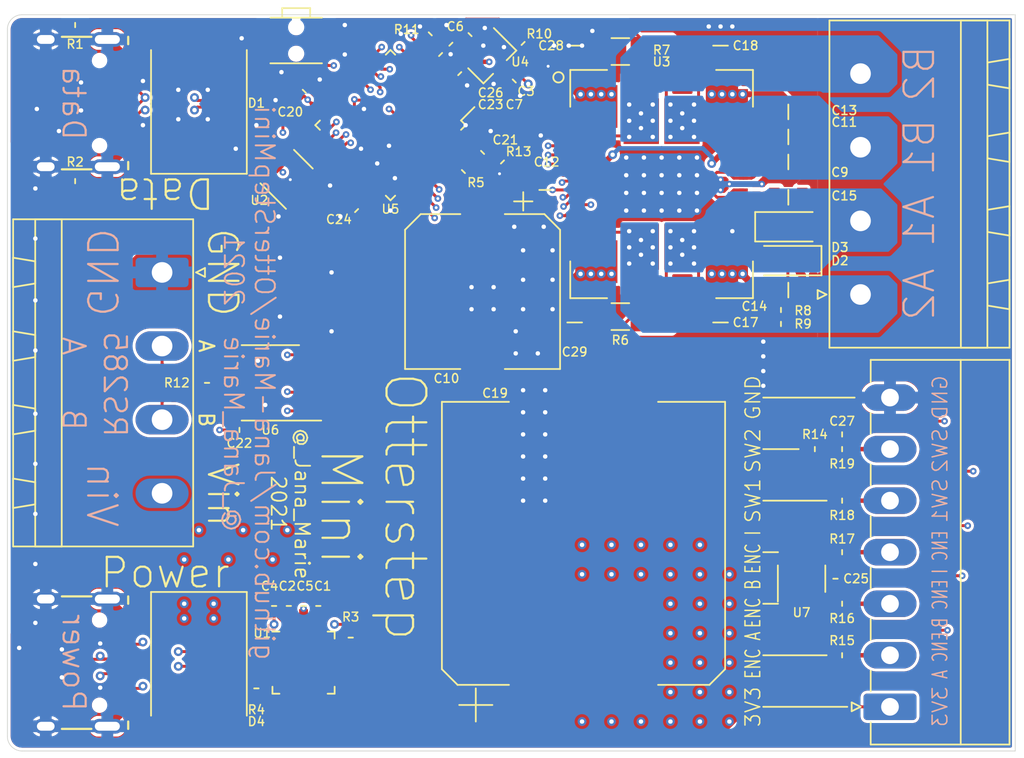
<source format=kicad_pcb>
(kicad_pcb (version 20171130) (host pcbnew 5.1.5+dfsg1-2build2)
  (layers (0 F.Cu signal) (1 In1.Cu signal) (2 In2.Cu signal) (31 B.Cu signal) (34 B.Paste user) (35 F.Paste user) (36 B.SilkS user) (37 F.SilkS user) (38 B.Mask user) (39 F.Mask user) (44 Edge.Cuts user))
  (net 0 "")
  (net 1 "Net-(C1-Pad2)")
  (net 2 GND)
  (net 3 "Net-(C2-Pad2)")
  (net 4 +3V3)
  (net 5 "Net-(C7-Pad2)")
  (net 6 "Net-(C10-Pad1)")
  (net 7 VS)
  (net 8 "Net-(C14-Pad2)")
  (net 9 "Net-(C15-Pad2)")
  (net 10 "Net-(C15-Pad1)")
  (net 11 "Net-(C26-Pad2)")
  (net 12 SW2)
  (net 13 "Net-(D1-Pad2)")
  (net 14 "Net-(D4-Pad2)")
  (net 15 "Net-(J1-PadB5)")
  (net 16 "Net-(J1-PadA8)")
  (net 17 D+)
  (net 18 D-)
  (net 19 "Net-(J1-PadA5)")
  (net 20 "Net-(J1-PadB8)")
  (net 21 "Net-(J2-PadB5)")
  (net 22 "Net-(J2-PadA8)")
  (net 23 "Net-(J2-PadA5)")
  (net 24 "Net-(J2-PadB8)")
  (net 25 RS485_B)
  (net 26 RS485_A)
  (net 27 OUTA2)
  (net 28 OUTA1)
  (net 29 OUTB2)
  (net 30 OUTB1)
  (net 31 "Net-(J5-Pad6)")
  (net 32 "Net-(J5-Pad5)")
  (net 33 "Net-(J5-Pad4)")
  (net 34 "Net-(J5-Pad3)")
  (net 35 "Net-(J5-Pad2)")
  (net 36 "Net-(R3-Pad2)")
  (net 37 "Net-(R4-Pad1)")
  (net 38 "Net-(R5-Pad2)")
  (net 39 SNS_A)
  (net 40 SNS_B)
  (net 41 "Net-(R8-Pad1)")
  (net 42 "Net-(R14-Pad1)")
  (net 43 ENCA)
  (net 44 ENCB)
  (net 45 ENCI)
  (net 46 SW1)
  (net 47 "Net-(U1-Pad20)")
  (net 48 INT_STUSB)
  (net 49 "Net-(U1-Pad17)")
  (net 50 "Net-(U1-Pad16)")
  (net 51 "Net-(U1-Pad15)")
  (net 52 "Net-(U1-Pad14)")
  (net 53 "Net-(U1-Pad11)")
  (net 54 "Net-(U1-Pad9)")
  (net 55 SDA)
  (net 56 SCL)
  (net 57 "Net-(U1-Pad3)")
  (net 58 "Net-(U2-Pad6)")
  (net 59 "Net-(U2-Pad4)")
  (net 60 "Net-(U3-Pad64)")
  (net 61 "Net-(U3-Pad63)")
  (net 62 PS_STBY)
  (net 63 PS_STCK)
  (net 64 PS_CS)
  (net 65 PS_FLAG)
  (net 66 PS_BUSY)
  (net 67 PS_SDO)
  (net 68 PS_SDI)
  (net 69 PS_CK)
  (net 70 "Net-(U5-Pad46)")
  (net 71 "Net-(U5-Pad45)")
  (net 72 "Net-(U5-Pad43)")
  (net 73 "Net-(U5-Pad42)")
  (net 74 SWCLK)
  (net 75 SWDIO)
  (net 76 "Net-(U5-Pad31)")
  (net 77 "Net-(U5-Pad30)")
  (net 78 "Net-(U5-Pad29)")
  (net 79 "Net-(U5-Pad22)")
  (net 80 "Net-(U5-Pad21)")
  (net 81 "Net-(U5-Pad20)")
  (net 82 "Net-(U5-Pad19)")
  (net 83 "Net-(U5-Pad18)")
  (net 84 RS485_RX)
  (net 85 RS485_TX)
  (net 86 RS485_DE)
  (net 87 "Net-(U5-Pad6)")
  (net 88 "Net-(U5-Pad5)")
  (net 89 "Net-(U5-Pad4)")
  (net 90 "Net-(U5-Pad3)")
  (net 91 "Net-(U5-Pad2)")
  (net 92 "Net-(C9-Pad1)")
  (module otter:powerSTEP01 (layer F.Cu) (at 94.4 61.5)
    (fp_text reference U3 (at 0 -8.3) (layer F.SilkS) (effects (font (size 0.6 0.6) (thickness 0.1))))
    (fp_text value powerSTEP01)
    (pad 1 smd custom (at -4 -4.82 180) (size 0.5 0.5) (layers F.Cu F.Paste F.Mask) (net 7 VS) (options (clearance outline) (anchor rect)) (primitives (gr_poly (pts (xy -1 -1) (xy 1.19 -1) (xy 1.19 -0.62) (xy 1.86 -0.62) (xy 1.86 1.63) (xy 1.19 1.63) (xy 1.19 1.9) (xy 1.07 1.9) (xy 1.07 2.63) (xy -0.46 2.63) (xy -0.46 1.9) (xy -1 1.9)) (width 0))))
    (pad 43 smd custom (at 4 4.82) (size 0.5 0.5) (layers F.Cu F.Paste F.Mask) (net 7 VS) (options (clearance outline) (anchor rect)) (primitives (gr_poly (pts (xy -1 -1) (xy 1.19 -1) (xy 1.19 -0.62) (xy 1.86 -0.62) (xy 1.86 1.63) (xy 1.19 1.63) (xy 1.19 1.9) (xy 1.07 1.9) (xy 1.07 2.63) (xy -0.46 2.63) (xy -0.46 1.9) (xy -1 1.9)) (width 0))))
    (pad 66 smd custom (at 4 -4.82 180) (size 0.5 0.5) (layers F.Cu F.Paste F.Mask) (net 7 VS) (options (clearance outline) (anchor rect)) (primitives (gr_poly (pts (xy 1 -1) (xy -1.19 -1) (xy -1.19 -0.62) (xy -1.86 -0.62) (xy -1.86 1.63) (xy -1.19 1.63) (xy -1.19 1.9) (xy -1.07 1.9) (xy -1.07 2.63) (xy 0.46 2.63) (xy 0.46 1.9) (xy 1 1.9)) (width 0))))
    (pad 23 smd custom (at -4 4.82) (size 0.5 0.5) (layers F.Cu F.Paste F.Mask) (net 7 VS) (options (clearance outline) (anchor rect)) (primitives (gr_poly (pts (xy 1 -1) (xy -1.19 -1) (xy -1.19 -0.62) (xy -1.86 -0.62) (xy -1.86 1.63) (xy -1.19 1.63) (xy -1.19 1.9) (xy -1.07 1.9) (xy -1.07 2.63) (xy 0.46 2.63) (xy 0.46 1.9) (xy 1 1.9)) (width 0))))
    (pad 39 smd rect (at 1.42 6.79) (size 1.26 1.3) (layers F.Cu F.Paste F.Mask) (net 39 SNS_A))
    (pad 34 smd rect (at -1.42 6.79) (size 1.26 1.3) (layers F.Cu F.Paste F.Mask) (net 39 SNS_A))
    (pad 82 smd rect (at -1.42 -6.79) (size 1.26 1.3) (layers F.Cu F.Paste F.Mask) (net 40 SNS_B))
    (pad 77 smd rect (at 1.42 -6.79) (size 1.26 1.3) (layers F.Cu F.Paste F.Mask) (net 40 SNS_B))
    (pad EPAD4 smd rect (at 1.38 4.27) (size 2.4 3.1) (layers F.Cu F.Paste F.Mask) (net 28 OUTA1))
    (pad EPAD3 smd rect (at -1.38 4.27) (size 2.4 3.1) (layers F.Cu F.Paste F.Mask) (net 27 OUTA2))
    (pad EPAD8 smd rect (at -1.38 -4.27) (size 2.4 3.1) (layers F.Cu F.Paste F.Mask) (net 29 OUTB2))
    (pad EPAD7 smd rect (at 1.38 -4.27) (size 2.4 3.1) (layers F.Cu F.Paste F.Mask) (net 30 OUTB1))
    (pad EPAD9 smd rect (at 0.04 0) (size 5.6 4.8) (layers F.Cu F.Paste F.Mask) (net 2 GND))
    (pad 37 smd rect (at -0.32 7.14 90) (size 0.6 0.2) (layers F.Cu F.Paste F.Mask) (net 27 OUTA2))
    (pad 42 smd rect (at 2.51 7.14 90) (size 0.6 0.2) (layers F.Cu F.Paste F.Mask) (net 28 OUTA1))
    (pad 33 smd rect (at -2.51 7.14 90) (size 0.6 0.2) (layers F.Cu F.Paste F.Mask) (net 27 OUTA2))
    (pad 38 smd rect (at 0.32 7.14 90) (size 0.6 0.2) (layers F.Cu F.Paste F.Mask) (net 28 OUTA1))
    (pad 76 smd rect (at 2.51 -7.14 90) (size 0.6 0.2) (layers F.Cu F.Paste F.Mask) (net 30 OUTB1))
    (pad 85 smd rect (at -2.51 -7.14 90) (size 0.6 0.2) (layers F.Cu F.Paste F.Mask) (net 29 OUTB2))
    (pad 80 smd rect (at 0.32 -7.14 90) (size 0.6 0.2) (layers F.Cu F.Paste F.Mask) (net 30 OUTB1))
    (pad 81 smd rect (at -0.32 -7.14 90) (size 0.6 0.2) (layers F.Cu F.Paste F.Mask) (net 29 OUTB2))
    (pad 65 smd rect (at 5.55 -3.27) (size 0.6 0.2) (layers F.Cu F.Paste F.Mask) (net 30 OUTB1))
    (pad 64 smd rect (at 5.55 -2.65) (size 0.6 0.2) (layers F.Cu F.Paste F.Mask) (net 60 "Net-(U3-Pad64)"))
    (pad 63 smd rect (at 5.55 -2.25) (size 0.6 0.2) (layers F.Cu F.Paste F.Mask) (net 61 "Net-(U3-Pad63)"))
    (pad 62 smd rect (at 5.55 -1.85) (size 0.6 0.2) (layers F.Cu F.Paste F.Mask) (net 6 "Net-(C10-Pad1)"))
    (pad 61 smd rect (at 5.55 -1.13) (size 0.6 0.2) (layers F.Cu F.Paste F.Mask) (net 7 VS))
    (pad 53 smd rect (at 5.55 3.27) (size 0.6 0.2) (layers F.Cu F.Paste F.Mask) (net 28 OUTA1))
    (pad 54 smd rect (at 5.55 2.65) (size 0.6 0.2) (layers F.Cu F.Paste F.Mask) (net 41 "Net-(R8-Pad1)"))
    (pad 55 smd rect (at 5.55 1.93) (size 0.6 0.2) (layers F.Cu F.Paste F.Mask) (net 7 VS))
    (pad 56 smd rect (at 5.55 1.53) (size 0.6 0.2) (layers F.Cu F.Paste F.Mask) (net 8 "Net-(C14-Pad2)"))
    (pad 57 smd rect (at 5.55 0.8) (size 0.6 0.2) (layers F.Cu F.Paste F.Mask) (net 9 "Net-(C15-Pad2)"))
    (pad 60 smd rect (at 5.55 -0.4) (size 0.6 0.2) (layers F.Cu F.Paste F.Mask) (net 92 "Net-(C9-Pad1)"))
    (pad 58 smd rect (at 5.55 0.4) (size 0.6 0.2) (layers F.Cu F.Paste F.Mask) (net 92 "Net-(C9-Pad1)"))
    (pad 59 smd rect (at 5.55 0) (size 0.6 0.2) (layers F.Cu F.Paste F.Mask) (net 2 GND))
    (pad 7 smd rect (at -5.55 -3.27) (size 0.6 0.2) (layers F.Cu F.Paste F.Mask) (net 29 OUTB2))
    (pad 22 smd rect (at -5.55 3.27) (size 0.6 0.2) (layers F.Cu F.Paste F.Mask) (net 27 OUTA2))
    (pad 21 smd rect (at -5.55 2.65) (size 0.6 0.2) (layers F.Cu F.Paste F.Mask) (net 2 GND))
    (pad 20 smd rect (at -5.55 2.2) (size 0.6 0.2) (layers F.Cu F.Paste F.Mask) (net 39 SNS_A))
    (pad 19 smd rect (at -5.55 1.8) (size 0.6 0.2) (layers F.Cu F.Paste F.Mask) (net 62 PS_STBY))
    (pad 18 smd rect (at -5.55 1.4) (size 0.6 0.2) (layers F.Cu F.Paste F.Mask) (net 42 "Net-(R14-Pad1)"))
    (pad 17 smd rect (at -5.55 1) (size 0.6 0.2) (layers F.Cu F.Paste F.Mask) (net 63 PS_STCK))
    (pad 8 smd rect (at -5.55 -2.65) (size 0.6 0.2) (layers F.Cu F.Paste F.Mask) (net 2 GND))
    (pad 9 smd rect (at -5.55 -2.2) (size 0.6 0.2) (layers F.Cu F.Paste F.Mask) (net 40 SNS_B))
    (pad 10 smd rect (at -5.55 -1.8) (size 0.6 0.2) (layers F.Cu F.Paste F.Mask) (net 64 PS_CS))
    (pad 16 smd rect (at -5.55 0.6) (size 0.6 0.2) (layers F.Cu F.Paste F.Mask) (net 65 PS_FLAG))
    (pad 15 smd rect (at -5.55 0.2) (size 0.6 0.2) (layers F.Cu F.Paste F.Mask) (net 66 PS_BUSY))
    (pad 14 smd rect (at -5.55 -0.2) (size 0.6 0.2) (layers F.Cu F.Paste F.Mask) (net 67 PS_SDO))
    (pad 13 smd rect (at -5.55 -0.6) (size 0.6 0.2) (layers F.Cu F.Paste F.Mask) (net 6 "Net-(C10-Pad1)"))
    (pad 12 smd rect (at -5.55 -1) (size 0.6 0.2) (layers F.Cu F.Paste F.Mask) (net 68 PS_SDI))
    (pad 11 smd rect (at -5.55 -1.4) (size 0.6 0.2) (layers F.Cu F.Paste F.Mask) (net 69 PS_CK))
  )
  (module otter:C_0805 (layer F.Cu) (at 88.5 70.9 270)
    (fp_text reference C29 (at 2 0 180) (layer F.SilkS) (effects (font (size 0.6 0.6) (thickness 0.1))))
    (fp_text value 220n hide)
    (pad 2 smd rect (at 0.95 0 270) (size 0.7 1.3) (layers F.Cu F.Paste F.Mask) (net 2 GND))
    (pad 1 smd rect (at -0.95 0 270) (size 0.7 1.3) (layers F.Cu F.Paste F.Mask) (net 7 VS))
  )
  (module otter:C_0805 (layer F.Cu) (at 88.5 52.1 90)
    (fp_text reference C28 (at 0 -1.6 180) (layer F.SilkS) (effects (font (size 0.6 0.6) (thickness 0.1))))
    (fp_text value 220n hide)
    (pad 2 smd rect (at 0.95 0 90) (size 0.7 1.3) (layers F.Cu F.Paste F.Mask) (net 2 GND))
    (pad 1 smd rect (at -0.95 0 90) (size 0.7 1.3) (layers F.Cu F.Paste F.Mask) (net 7 VS))
  )
  (module Package_TO_SOT_SMD:SOT-23 (layer F.Cu) (at 82.887868 53.012132 315)
    (fp_text reference U4 (at 1.484924 -1.219239 180) (layer F.SilkS) (effects (font (size 0.6 0.6) (thickness 0.1))))
    (fp_text value SE8633X2-HF)
    (pad 3 smd rect (at 1 0 315) (size 0.9 0.8) (layers F.Cu F.Paste F.Mask) (net 7 VS))
    (pad 2 smd rect (at -1 0.95 315) (size 0.9 0.8) (layers F.Cu F.Paste F.Mask) (net 4 +3V3))
    (pad 1 smd rect (at -1 -0.95 315) (size 0.9 0.8) (layers F.Cu F.Paste F.Mask) (net 2 GND))
  )
  (module Connector_Phoenix_MSTB:PhoenixContact_MSTBA_2,5_4-G_1x04_P5.00mm_Horizontal (layer F.Cu) (at 60.5 75 270)
    (fp_text reference J3 hide)
    (fp_text value IN)
    (pad 4 thru_hole oval (at 7.5 0 270) (size 2 3.6) (drill 1.4) (layers *.Cu *.Mask) (net 7 VS))
    (pad 3 thru_hole oval (at 2.5 0 270) (size 2 3.6) (drill 1.4) (layers *.Cu *.Mask) (net 25 RS485_B))
    (pad 2 thru_hole oval (at -2.5 0 270) (size 2 3.6) (drill 1.4) (layers *.Cu *.Mask) (net 26 RS485_A))
    (pad 1 thru_hole roundrect (at -7.5 0 270) (size 2 3.6) (drill 1.4) (layers *.Cu *.Mask) (roundrect_rratio 0.125) (net 2 GND))
  )
  (module Package_TO_SOT_SMD:SOT-23-6 (layer F.Cu) (at 103.9 88.3 90)
    (fp_text reference U7 (at -2.3 0 180) (layer F.SilkS) (effects (font (size 0.6 0.6) (thickness 0.1))))
    (fp_text value USBLC6-4)
    (pad 5 smd rect (at 1.1 0 90) (size 1.06 0.65) (layers F.Cu F.Paste F.Mask) (net 4 +3V3))
    (pad 6 smd rect (at 1.1 -0.95 90) (size 1.06 0.65) (layers F.Cu F.Paste F.Mask) (net 46 SW1))
    (pad 4 smd rect (at 1.1 0.95 90) (size 1.06 0.65) (layers F.Cu F.Paste F.Mask) (net 45 ENCI))
    (pad 3 smd rect (at -1.1 0.95 90) (size 1.06 0.65) (layers F.Cu F.Paste F.Mask) (net 44 ENCB))
    (pad 2 smd rect (at -1.1 0 90) (size 1.06 0.65) (layers F.Cu F.Paste F.Mask) (net 2 GND))
    (pad 1 smd rect (at -1.1 -0.95 90) (size 1.06 0.65) (layers F.Cu F.Paste F.Mask) (net 43 ENCA))
  )
  (module Package_SO:SO-8_3.9x4.9mm_P1.27mm (layer F.Cu) (at 67.85 75 180)
    (fp_text reference U6 (at 0 -3.2) (layer F.SilkS) (effects (font (size 0.6 0.6) (thickness 0.1))))
    (fp_text value RS485)
    (pad 8 smd roundrect (at 2.575 -1.905 180) (size 1.75 0.6) (layers F.Cu F.Paste F.Mask) (net 4 +3V3))
    (pad 7 smd roundrect (at 2.575 -0.635 180) (size 1.75 0.6) (layers F.Cu F.Paste F.Mask) (net 25 RS485_B))
    (pad 6 smd roundrect (at 2.575 0.635 180) (size 1.75 0.6) (layers F.Cu F.Paste F.Mask) (net 26 RS485_A))
    (pad 5 smd roundrect (at 2.575 1.905 180) (size 1.75 0.6) (layers F.Cu F.Paste F.Mask) (net 2 GND))
    (pad 4 smd roundrect (at -2.575 1.905 180) (size 1.75 0.6) (layers F.Cu F.Paste F.Mask) (net 84 RS485_RX))
    (pad 3 smd roundrect (at -2.575 0.635 180) (size 1.75 0.6) (layers F.Cu F.Paste F.Mask) (net 86 RS485_DE))
    (pad 2 smd roundrect (at -2.575 -0.635 180) (size 1.75 0.6) (layers F.Cu F.Paste F.Mask) (net 86 RS485_DE))
    (pad 1 smd roundrect (at -2.575 -1.905 180) (size 1.75 0.6) (layers F.Cu F.Paste F.Mask) (net 85 RS485_TX))
  )
  (module Package_QFP:LQFP-48_7x7mm_P0.5mm (layer F.Cu) (at 76 57.5 225)
    (fp_text reference U5 (at 4.030509 -4.030509) (layer F.SilkS) (effects (font (size 0.6 0.6) (thickness 0.1))))
    (fp_text value STM32F072CBTx)
    (pad 48 smd roundrect (at -2.75 -4.1625 225) (size 0.3 1.475) (layers F.Cu F.Paste F.Mask) (net 4 +3V3))
    (pad 47 smd roundrect (at -2.25 -4.1625 225) (size 0.3 1.475) (layers F.Cu F.Paste F.Mask) (net 2 GND))
    (pad 46 smd roundrect (at -1.75 -4.1625 225) (size 0.3 1.475) (layers F.Cu F.Paste F.Mask) (net 70 "Net-(U5-Pad46)"))
    (pad 45 smd roundrect (at -1.25 -4.1625 225) (size 0.3 1.475) (layers F.Cu F.Paste F.Mask) (net 71 "Net-(U5-Pad45)"))
    (pad 44 smd roundrect (at -0.75 -4.1625 225) (size 0.3 1.475) (layers F.Cu F.Paste F.Mask) (net 38 "Net-(R5-Pad2)"))
    (pad 43 smd roundrect (at -0.25 -4.1625 225) (size 0.3 1.475) (layers F.Cu F.Paste F.Mask) (net 72 "Net-(U5-Pad43)"))
    (pad 42 smd roundrect (at 0.25 -4.1625 225) (size 0.3 1.475) (layers F.Cu F.Paste F.Mask) (net 73 "Net-(U5-Pad42)"))
    (pad 41 smd roundrect (at 0.75 -4.1625 225) (size 0.3 1.475) (layers F.Cu F.Paste F.Mask) (net 46 SW1))
    (pad 40 smd roundrect (at 1.25 -4.1625 225) (size 0.3 1.475) (layers F.Cu F.Paste F.Mask) (net 45 ENCI))
    (pad 39 smd roundrect (at 1.75 -4.1625 225) (size 0.3 1.475) (layers F.Cu F.Paste F.Mask) (net 44 ENCB))
    (pad 38 smd roundrect (at 2.25 -4.1625 225) (size 0.3 1.475) (layers F.Cu F.Paste F.Mask) (net 43 ENCA))
    (pad 37 smd roundrect (at 2.75 -4.1625 225) (size 0.3 1.475) (layers F.Cu F.Paste F.Mask) (net 74 SWCLK))
    (pad 36 smd roundrect (at 4.1625 -2.75 225) (size 1.475 0.3) (layers F.Cu F.Paste F.Mask) (net 4 +3V3))
    (pad 35 smd roundrect (at 4.1625 -2.25 225) (size 1.475 0.3) (layers F.Cu F.Paste F.Mask) (net 2 GND))
    (pad 34 smd roundrect (at 4.1625 -1.75 225) (size 1.475 0.3) (layers F.Cu F.Paste F.Mask) (net 75 SWDIO))
    (pad 33 smd roundrect (at 4.1625 -1.25 225) (size 1.475 0.3) (layers F.Cu F.Paste F.Mask) (net 17 D+))
    (pad 32 smd roundrect (at 4.1625 -0.75 225) (size 1.475 0.3) (layers F.Cu F.Paste F.Mask) (net 18 D-))
    (pad 31 smd roundrect (at 4.1625 -0.25 225) (size 1.475 0.3) (layers F.Cu F.Paste F.Mask) (net 76 "Net-(U5-Pad31)"))
    (pad 30 smd roundrect (at 4.1625 0.25 225) (size 1.475 0.3) (layers F.Cu F.Paste F.Mask) (net 77 "Net-(U5-Pad30)"))
    (pad 29 smd roundrect (at 4.1625 0.75 225) (size 1.475 0.3) (layers F.Cu F.Paste F.Mask) (net 78 "Net-(U5-Pad29)"))
    (pad 28 smd roundrect (at 4.1625 1.25 225) (size 1.475 0.3) (layers F.Cu F.Paste F.Mask) (net 62 PS_STBY))
    (pad 27 smd roundrect (at 4.1625 1.75 225) (size 1.475 0.3) (layers F.Cu F.Paste F.Mask) (net 63 PS_STCK))
    (pad 26 smd roundrect (at 4.1625 2.25 225) (size 1.475 0.3) (layers F.Cu F.Paste F.Mask) (net 65 PS_FLAG))
    (pad 25 smd roundrect (at 4.1625 2.75 225) (size 1.475 0.3) (layers F.Cu F.Paste F.Mask) (net 66 PS_BUSY))
    (pad 24 smd roundrect (at 2.75 4.1625 225) (size 0.3 1.475) (layers F.Cu F.Paste F.Mask) (net 4 +3V3))
    (pad 23 smd roundrect (at 2.25 4.1625 225) (size 0.3 1.475) (layers F.Cu F.Paste F.Mask) (net 2 GND))
    (pad 22 smd roundrect (at 1.75 4.1625 225) (size 0.3 1.475) (layers F.Cu F.Paste F.Mask) (net 79 "Net-(U5-Pad22)"))
    (pad 21 smd roundrect (at 1.25 4.1625 225) (size 0.3 1.475) (layers F.Cu F.Paste F.Mask) (net 80 "Net-(U5-Pad21)"))
    (pad 20 smd roundrect (at 0.75 4.1625 225) (size 0.3 1.475) (layers F.Cu F.Paste F.Mask) (net 81 "Net-(U5-Pad20)"))
    (pad 19 smd roundrect (at 0.25 4.1625 225) (size 0.3 1.475) (layers F.Cu F.Paste F.Mask) (net 82 "Net-(U5-Pad19)"))
    (pad 18 smd roundrect (at -0.25 4.1625 225) (size 0.3 1.475) (layers F.Cu F.Paste F.Mask) (net 83 "Net-(U5-Pad18)"))
    (pad 17 smd roundrect (at -0.75 4.1625 225) (size 0.3 1.475) (layers F.Cu F.Paste F.Mask) (net 68 PS_SDI))
    (pad 16 smd roundrect (at -1.25 4.1625 225) (size 0.3 1.475) (layers F.Cu F.Paste F.Mask) (net 67 PS_SDO))
    (pad 15 smd roundrect (at -1.75 4.1625 225) (size 0.3 1.475) (layers F.Cu F.Paste F.Mask) (net 69 PS_CK))
    (pad 14 smd roundrect (at -2.25 4.1625 225) (size 0.3 1.475) (layers F.Cu F.Paste F.Mask) (net 64 PS_CS))
    (pad 13 smd roundrect (at -2.75 4.1625 225) (size 0.3 1.475) (layers F.Cu F.Paste F.Mask) (net 84 RS485_RX))
    (pad 12 smd roundrect (at -4.1625 2.75 225) (size 1.475 0.3) (layers F.Cu F.Paste F.Mask) (net 85 RS485_TX))
    (pad 11 smd roundrect (at -4.1625 2.25 225) (size 1.475 0.3) (layers F.Cu F.Paste F.Mask) (net 86 RS485_DE))
    (pad 10 smd roundrect (at -4.1625 1.75 225) (size 1.475 0.3) (layers F.Cu F.Paste F.Mask) (net 11 "Net-(C26-Pad2)"))
    (pad 9 smd roundrect (at -4.1625 1.25 225) (size 1.475 0.3) (layers F.Cu F.Paste F.Mask) (net 4 +3V3))
    (pad 8 smd roundrect (at -4.1625 0.75 225) (size 1.475 0.3) (layers F.Cu F.Paste F.Mask) (net 2 GND))
    (pad 7 smd roundrect (at -4.1625 0.25 225) (size 1.475 0.3) (layers F.Cu F.Paste F.Mask) (net 5 "Net-(C7-Pad2)"))
    (pad 6 smd roundrect (at -4.1625 -0.25 225) (size 1.475 0.3) (layers F.Cu F.Paste F.Mask) (net 87 "Net-(U5-Pad6)"))
    (pad 5 smd roundrect (at -4.1625 -0.75 225) (size 1.475 0.3) (layers F.Cu F.Paste F.Mask) (net 88 "Net-(U5-Pad5)"))
    (pad 4 smd roundrect (at -4.1625 -1.25 225) (size 1.475 0.3) (layers F.Cu F.Paste F.Mask) (net 89 "Net-(U5-Pad4)"))
    (pad 3 smd roundrect (at -4.1625 -1.75 225) (size 1.475 0.3) (layers F.Cu F.Paste F.Mask) (net 90 "Net-(U5-Pad3)"))
    (pad 2 smd roundrect (at -4.1625 -2.25 225) (size 1.475 0.3) (layers F.Cu F.Paste F.Mask) (net 91 "Net-(U5-Pad2)"))
    (pad 1 smd roundrect (at -4.1625 -2.75 225) (size 1.475 0.3) (layers F.Cu F.Paste F.Mask) (net 4 +3V3))
  )
  (module Package_TO_SOT_SMD:SOT-23-6 (layer F.Cu) (at 68.95 60.95 135)
    (fp_text reference U2 (at 0.141421 -2.474874 180) (layer F.SilkS) (effects (font (size 0.6 0.6) (thickness 0.1))))
    (fp_text value USBLC6-4)
    (pad 5 smd rect (at 1.1 0 135) (size 1.06 0.65) (layers F.Cu F.Paste F.Mask) (net 4 +3V3))
    (pad 6 smd rect (at 1.1 -0.95 135) (size 1.06 0.65) (layers F.Cu F.Paste F.Mask) (net 58 "Net-(U2-Pad6)"))
    (pad 4 smd rect (at 1.1 0.95 135) (size 1.06 0.65) (layers F.Cu F.Paste F.Mask) (net 59 "Net-(U2-Pad4)"))
    (pad 3 smd rect (at -1.1 0.95 135) (size 1.06 0.65) (layers F.Cu F.Paste F.Mask) (net 18 D-))
    (pad 2 smd rect (at -1.1 0 135) (size 1.06 0.65) (layers F.Cu F.Paste F.Mask) (net 2 GND))
    (pad 1 smd rect (at -1.1 -0.95 135) (size 1.06 0.65) (layers F.Cu F.Paste F.Mask) (net 17 D+))
  )
  (module Package_DFN_QFN:QFN-24-1EP_4x4mm_P0.5mm_EP2.7x2.7mm (layer F.Cu) (at 70.1 94)
    (fp_text reference U1 (at -2.8 -2) (layer F.SilkS) (effects (font (size 0.6 0.6) (thickness 0.1))))
    (fp_text value STUSB4500)
    (pad 24 smd roundrect (at -1.25 -1.9625) (size 0.25 0.825) (layers F.Cu F.Paste F.Mask) (net 7 VS))
    (pad 23 smd roundrect (at -0.75 -1.9625) (size 0.25 0.825) (layers F.Cu F.Paste F.Mask) (net 3 "Net-(C2-Pad2)"))
    (pad 22 smd roundrect (at -0.25 -1.9625) (size 0.25 0.825) (layers F.Cu F.Paste F.Mask) (net 4 +3V3))
    (pad 21 smd roundrect (at 0.25 -1.9625) (size 0.25 0.825) (layers F.Cu F.Paste F.Mask) (net 1 "Net-(C1-Pad2)"))
    (pad 20 smd roundrect (at 0.75 -1.9625) (size 0.25 0.825) (layers F.Cu F.Paste F.Mask) (net 47 "Net-(U1-Pad20)"))
    (pad 19 smd roundrect (at 1.25 -1.9625) (size 0.25 0.825) (layers F.Cu F.Paste F.Mask) (net 48 INT_STUSB))
    (pad 18 smd roundrect (at 1.9625 -1.25) (size 0.825 0.25) (layers F.Cu F.Paste F.Mask) (net 36 "Net-(R3-Pad2)"))
    (pad 17 smd roundrect (at 1.9625 -0.75) (size 0.825 0.25) (layers F.Cu F.Paste F.Mask) (net 49 "Net-(U1-Pad17)"))
    (pad 16 smd roundrect (at 1.9625 -0.25) (size 0.825 0.25) (layers F.Cu F.Paste F.Mask) (net 50 "Net-(U1-Pad16)"))
    (pad 15 smd roundrect (at 1.9625 0.25) (size 0.825 0.25) (layers F.Cu F.Paste F.Mask) (net 51 "Net-(U1-Pad15)"))
    (pad 14 smd roundrect (at 1.9625 0.75) (size 0.825 0.25) (layers F.Cu F.Paste F.Mask) (net 52 "Net-(U1-Pad14)"))
    (pad 13 smd roundrect (at 1.9625 1.25) (size 0.825 0.25) (layers F.Cu F.Paste F.Mask) (net 2 GND))
    (pad 12 smd roundrect (at 1.25 1.9625) (size 0.25 0.825) (layers F.Cu F.Paste F.Mask) (net 2 GND))
    (pad 11 smd roundrect (at 0.75 1.9625) (size 0.25 0.825) (layers F.Cu F.Paste F.Mask) (net 53 "Net-(U1-Pad11)"))
    (pad 10 smd roundrect (at 0.25 1.9625) (size 0.25 0.825) (layers F.Cu F.Paste F.Mask) (net 2 GND))
    (pad 9 smd roundrect (at -0.25 1.9625) (size 0.25 0.825) (layers F.Cu F.Paste F.Mask) (net 54 "Net-(U1-Pad9)"))
    (pad 8 smd roundrect (at -0.75 1.9625) (size 0.25 0.825) (layers F.Cu F.Paste F.Mask) (net 55 SDA))
    (pad 7 smd roundrect (at -1.25 1.9625) (size 0.25 0.825) (layers F.Cu F.Paste F.Mask) (net 56 SCL))
    (pad 6 smd roundrect (at -1.9625 1.25) (size 0.825 0.25) (layers F.Cu F.Paste F.Mask) (net 37 "Net-(R4-Pad1)"))
    (pad 5 smd roundrect (at -1.9625 0.75) (size 0.825 0.25) (layers F.Cu F.Paste F.Mask) (net 21 "Net-(J2-PadB5)"))
    (pad 4 smd roundrect (at -1.9625 0.25) (size 0.825 0.25) (layers F.Cu F.Paste F.Mask) (net 21 "Net-(J2-PadB5)"))
    (pad 3 smd roundrect (at -1.9625 -0.25) (size 0.825 0.25) (layers F.Cu F.Paste F.Mask) (net 57 "Net-(U1-Pad3)"))
    (pad 2 smd roundrect (at -1.9625 -0.75) (size 0.825 0.25) (layers F.Cu F.Paste F.Mask) (net 23 "Net-(J2-PadA5)"))
    (pad 1 smd roundrect (at -1.9625 -1.25) (size 0.825 0.25) (layers F.Cu F.Paste F.Mask) (net 23 "Net-(J2-PadA5)"))
    (pad 25 smd roundrect (at 0 0) (size 2.7 2.7) (layers F.Cu F.Mask) (roundrect_rratio 0.09259299999999999) (net 2 GND))
  )
  (module Button_Switch_SMD:SW_SPST_EVQP7C (layer F.Cu) (at 69.6 51.75 180)
    (fp_text reference SW1 hide)
    (fp_text value SW_Push)
    (pad "" np_thru_hole circle (at 0 0.9 180) (size 0.7 0.7) (drill 0.7) (layers *.Cu *.Mask))
    (pad "" np_thru_hole circle (at 0 -0.9 180) (size 0.7 0.7) (drill 0.7) (layers *.Cu *.Mask))
    (pad 2 smd rect (at -1.8 0.72 180) (size 1.4 1.05) (layers F.Cu F.Paste F.Mask) (net 4 +3V3))
    (pad 2 smd rect (at 1.8 0.72 180) (size 1.4 1.05) (layers F.Cu F.Paste F.Mask) (net 4 +3V3))
    (pad 1 smd rect (at -1.8 -0.72 180) (size 1.4 1.05) (layers F.Cu F.Paste F.Mask) (net 38 "Net-(R5-Pad2)"))
    (pad 1 smd rect (at 1.8 -0.72 180) (size 1.4 1.05) (layers F.Cu F.Paste F.Mask) (net 38 "Net-(R5-Pad2)"))
  )
  (module otter:R_0402 (layer F.Cu) (at 106.65 79.5 180)
    (fp_text reference R19 (at 0 -1) (layer F.SilkS) (effects (font (size 0.6 0.6) (thickness 0.1))))
    (fp_text value 22 hide)
    (pad 2 smd rect (at 0.47 0 180) (size 0.5 0.6) (layers F.Cu F.Paste F.Mask) (net 12 SW2))
    (pad 1 smd rect (at -0.47 0 180) (size 0.5 0.6) (layers F.Cu F.Paste F.Mask) (net 31 "Net-(J5-Pad6)"))
  )
  (module otter:R_0402 (layer F.Cu) (at 106.65 83 180)
    (fp_text reference R18 (at 0 -1) (layer F.SilkS) (effects (font (size 0.6 0.6) (thickness 0.1))))
    (fp_text value 22 hide)
    (pad 2 smd rect (at 0.47 0 180) (size 0.5 0.6) (layers F.Cu F.Paste F.Mask) (net 46 SW1))
    (pad 1 smd rect (at -0.47 0 180) (size 0.5 0.6) (layers F.Cu F.Paste F.Mask) (net 32 "Net-(J5-Pad5)"))
  )
  (module otter:R_0402 (layer F.Cu) (at 106.65 86.5 180)
    (fp_text reference R17 (at 0 0.9) (layer F.SilkS) (effects (font (size 0.6 0.6) (thickness 0.1))))
    (fp_text value 22 hide)
    (pad 2 smd rect (at 0.47 0 180) (size 0.5 0.6) (layers F.Cu F.Paste F.Mask) (net 45 ENCI))
    (pad 1 smd rect (at -0.47 0 180) (size 0.5 0.6) (layers F.Cu F.Paste F.Mask) (net 33 "Net-(J5-Pad4)"))
  )
  (module otter:R_0402 (layer F.Cu) (at 106.65 90 180)
    (fp_text reference R16 (at 0 -1) (layer F.SilkS) (effects (font (size 0.6 0.6) (thickness 0.1))))
    (fp_text value 22 hide)
    (pad 2 smd rect (at 0.47 0 180) (size 0.5 0.6) (layers F.Cu F.Paste F.Mask) (net 44 ENCB))
    (pad 1 smd rect (at -0.47 0 180) (size 0.5 0.6) (layers F.Cu F.Paste F.Mask) (net 34 "Net-(J5-Pad3)"))
  )
  (module otter:R_0402 (layer F.Cu) (at 106.65 93.5 180)
    (fp_text reference R15 (at 0 1) (layer F.SilkS) (effects (font (size 0.6 0.6) (thickness 0.1))))
    (fp_text value 22 hide)
    (pad 2 smd rect (at 0.47 0 180) (size 0.5 0.6) (layers F.Cu F.Paste F.Mask) (net 43 ENCA))
    (pad 1 smd rect (at -0.47 0 180) (size 0.5 0.6) (layers F.Cu F.Paste F.Mask) (net 35 "Net-(J5-Pad2)"))
  )
  (module otter:R_0402 (layer F.Cu) (at 104.8 79.5)
    (fp_text reference R14 (at 0 -1) (layer F.SilkS) (effects (font (size 0.6 0.6) (thickness 0.1))))
    (fp_text value 22 hide)
    (pad 2 smd rect (at 0.47 0) (size 0.5 0.6) (layers F.Cu F.Paste F.Mask) (net 12 SW2))
    (pad 1 smd rect (at -0.47 0) (size 0.5 0.6) (layers F.Cu F.Paste F.Mask) (net 42 "Net-(R14-Pad1)"))
  )
  (module otter:R_0402 (layer F.Cu) (at 83.6 60 135)
    (fp_text reference R13 (at -0.282843 1.272792 180) (layer F.SilkS) (effects (font (size 0.6 0.6) (thickness 0.1))))
    (fp_text value DNP hide)
    (pad 2 smd rect (at 0.47 0 135) (size 0.5 0.6) (layers F.Cu F.Paste F.Mask) (net 4 +3V3))
    (pad 1 smd rect (at -0.47 0 135) (size 0.5 0.6) (layers F.Cu F.Paste F.Mask) (net 6 "Net-(C10-Pad1)"))
  )
  (module otter:R_0402 (layer F.Cu) (at 63.55 75 90)
    (fp_text reference R12 (at 0 -2.05 180) (layer F.SilkS) (effects (font (size 0.6 0.6) (thickness 0.1))))
    (fp_text value 22 hide)
    (pad 2 smd rect (at 0.47 0 90) (size 0.5 0.6) (layers F.Cu F.Paste F.Mask) (net 26 RS485_A))
    (pad 1 smd rect (at -0.47 0 90) (size 0.5 0.6) (layers F.Cu F.Paste F.Mask) (net 25 RS485_B))
  )
  (module otter:R_0402 (layer F.Cu) (at 78.7 51.3 225)
    (fp_text reference R11 (at 0.919239 1.343503 180) (layer F.SilkS) (effects (font (size 0.6 0.6) (thickness 0.1))))
    (fp_text value 5k1 hide)
    (pad 2 smd rect (at 0.47 0 225) (size 0.5 0.6) (layers F.Cu F.Paste F.Mask) (net 11 "Net-(C26-Pad2)"))
    (pad 1 smd rect (at -0.47 0 225) (size 0.5 0.6) (layers F.Cu F.Paste F.Mask) (net 2 GND))
  )
  (module otter:R_0402 (layer F.Cu) (at 85 51.95 315)
    (fp_text reference R10 (at 0.318198 -1.237437 180) (layer F.SilkS) (effects (font (size 0.6 0.6) (thickness 0.1))))
    (fp_text value 260k hide)
    (pad 2 smd rect (at 0.47 0 315) (size 0.5 0.6) (layers F.Cu F.Paste F.Mask) (net 7 VS))
    (pad 1 smd rect (at -0.47 0 315) (size 0.5 0.6) (layers F.Cu F.Paste F.Mask) (net 11 "Net-(C26-Pad2)"))
  )
  (module otter:R_0402 (layer F.Cu) (at 102.5 71)
    (fp_text reference R9 (at 1.5 0) (layer F.SilkS) (effects (font (size 0.6 0.6) (thickness 0.1))))
    (fp_text value 5k1 hide)
    (pad 2 smd rect (at 0.47 0) (size 0.5 0.6) (layers F.Cu F.Paste F.Mask) (net 41 "Net-(R8-Pad1)"))
    (pad 1 smd rect (at -0.47 0) (size 0.5 0.6) (layers F.Cu F.Paste F.Mask) (net 2 GND))
  )
  (module otter:R_0402 (layer F.Cu) (at 102.5 70.05 180)
    (fp_text reference R8 (at -1.5 -0.05) (layer F.SilkS) (effects (font (size 0.6 0.6) (thickness 0.1))))
    (fp_text value 260k hide)
    (pad 2 smd rect (at 0.47 0 180) (size 0.5 0.6) (layers F.Cu F.Paste F.Mask) (net 7 VS))
    (pad 1 smd rect (at -0.47 0 180) (size 0.5 0.6) (layers F.Cu F.Paste F.Mask) (net 41 "Net-(R8-Pad1)"))
  )
  (module Resistor_SMD:R_1206_3216Metric (layer F.Cu) (at 91.6 52.5)
    (fp_text reference R7 (at 2.8 -0.1) (layer F.SilkS) (effects (font (size 0.6 0.6) (thickness 0.1))))
    (fp_text value 0R1)
    (pad 2 smd roundrect (at 1.4 0) (size 1.25 1.75) (layers F.Cu F.Paste F.Mask) (roundrect_rratio 0.2) (net 40 SNS_B))
    (pad 1 smd roundrect (at -1.4 0) (size 1.25 1.75) (layers F.Cu F.Paste F.Mask) (roundrect_rratio 0.2) (net 2 GND))
  )
  (module Resistor_SMD:R_1206_3216Metric (layer F.Cu) (at 91.6 70.5)
    (fp_text reference R6 (at 0 1.6) (layer F.SilkS) (effects (font (size 0.6 0.6) (thickness 0.1))))
    (fp_text value 0R1)
    (pad 2 smd roundrect (at 1.4 0) (size 1.25 1.75) (layers F.Cu F.Paste F.Mask) (roundrect_rratio 0.2) (net 39 SNS_A))
    (pad 1 smd roundrect (at -1.4 0) (size 1.25 1.75) (layers F.Cu F.Paste F.Mask) (roundrect_rratio 0.2) (net 2 GND))
  )
  (module otter:R_0402 (layer F.Cu) (at 80.95 60.65 225)
    (fp_text reference R5 (at -0.070711 -1.131371) (layer F.SilkS) (effects (font (size 0.6 0.6) (thickness 0.1))))
    (fp_text value 5k1 hide)
    (pad 2 smd rect (at 0.47 0 225) (size 0.5 0.6) (layers F.Cu F.Paste F.Mask) (net 38 "Net-(R5-Pad2)"))
    (pad 1 smd rect (at -0.47 0 225) (size 0.5 0.6) (layers F.Cu F.Paste F.Mask) (net 2 GND))
  )
  (module otter:R_0402 (layer F.Cu) (at 66.9 95.75 270)
    (fp_text reference R4 (at 1.45 0 180) (layer F.SilkS) (effects (font (size 0.6 0.6) (thickness 0.1))))
    (fp_text value 5k1 hide)
    (pad 2 smd rect (at 0.47 0 270) (size 0.5 0.6) (layers F.Cu F.Paste F.Mask) (net 2 GND))
    (pad 1 smd rect (at -0.47 0 270) (size 0.5 0.6) (layers F.Cu F.Paste F.Mask) (net 37 "Net-(R4-Pad1)"))
  )
  (module otter:R_0402 (layer F.Cu) (at 73.3 92.3 270)
    (fp_text reference R3 (at -1.4 0 180) (layer F.SilkS) (effects (font (size 0.6 0.6) (thickness 0.1))))
    (fp_text value 5k1 hide)
    (pad 2 smd rect (at 0.47 0 270) (size 0.5 0.6) (layers F.Cu F.Paste F.Mask) (net 36 "Net-(R3-Pad2)"))
    (pad 1 smd rect (at -0.47 0 270) (size 0.5 0.6) (layers F.Cu F.Paste F.Mask) (net 7 VS))
  )
  (module otter:R_0402 (layer F.Cu) (at 54.6 61.3)
    (fp_text reference R2 (at 0 -1.3) (layer F.SilkS) (effects (font (size 0.6 0.6) (thickness 0.1))))
    (fp_text value 5k1 hide)
    (pad 2 smd rect (at 0.47 0) (size 0.5 0.6) (layers F.Cu F.Paste F.Mask) (net 2 GND))
    (pad 1 smd rect (at -0.47 0) (size 0.5 0.6) (layers F.Cu F.Paste F.Mask) (net 15 "Net-(J1-PadB5)"))
  )
  (module otter:R_0402 (layer F.Cu) (at 54.6 50.7 180)
    (fp_text reference R1 (at 0 -1.3) (layer F.SilkS) (effects (font (size 0.6 0.6) (thickness 0.1))))
    (fp_text value 5k1 hide)
    (pad 2 smd rect (at 0.47 0 180) (size 0.5 0.6) (layers F.Cu F.Paste F.Mask) (net 19 "Net-(J1-PadA5)"))
    (pad 1 smd rect (at -0.47 0 180) (size 0.5 0.6) (layers F.Cu F.Paste F.Mask) (net 2 GND))
  )
  (module Connector_Phoenix_MC:PhoenixContact_MC_1,5_7-G-3.5_1x07_P3.50mm_Horizontal (layer F.Cu) (at 109.9 97 90)
    (fp_text reference J5 hide)
    (fp_text value ENC)
    (pad 7 thru_hole oval (at 21 0 90) (size 1.8 3.6) (drill 1.2) (layers *.Cu *.Mask) (net 2 GND))
    (pad 6 thru_hole oval (at 17.5 0 90) (size 1.8 3.6) (drill 1.2) (layers *.Cu *.Mask) (net 31 "Net-(J5-Pad6)"))
    (pad 5 thru_hole oval (at 14 0 90) (size 1.8 3.6) (drill 1.2) (layers *.Cu *.Mask) (net 32 "Net-(J5-Pad5)"))
    (pad 4 thru_hole oval (at 10.5 0 90) (size 1.8 3.6) (drill 1.2) (layers *.Cu *.Mask) (net 33 "Net-(J5-Pad4)"))
    (pad 3 thru_hole oval (at 7 0 90) (size 1.8 3.6) (drill 1.2) (layers *.Cu *.Mask) (net 34 "Net-(J5-Pad3)"))
    (pad 2 thru_hole oval (at 3.5 0 90) (size 1.8 3.6) (drill 1.2) (layers *.Cu *.Mask) (net 35 "Net-(J5-Pad2)"))
    (pad 1 thru_hole roundrect (at 0 0 90) (size 1.8 3.6) (drill 1.2) (layers *.Cu *.Mask) (roundrect_rratio 0.138889) (net 4 +3V3))
  )
  (module Connector_Phoenix_MSTB:PhoenixContact_MSTBA_2,5_4-G_1x04_P5.00mm_Horizontal (layer F.Cu) (at 107.9 69 90)
    (fp_text reference J4 hide)
    (fp_text value OUT)
    (pad 4 thru_hole oval (at 15 0 90) (size 2 3.6) (drill 1.4) (layers *.Cu *.Mask) (net 29 OUTB2))
    (pad 3 thru_hole oval (at 10 0 90) (size 2 3.6) (drill 1.4) (layers *.Cu *.Mask) (net 30 OUTB1))
    (pad 2 thru_hole oval (at 5 0 90) (size 2 3.6) (drill 1.4) (layers *.Cu *.Mask) (net 28 OUTA1))
    (pad 1 thru_hole roundrect (at 0 0 90) (size 2 3.6) (drill 1.4) (layers *.Cu *.Mask) (roundrect_rratio 0.125) (net 27 OUTA2))
  )
  (module "otter:USB-C 16Pin" (layer F.Cu) (at 57.7 94 270)
    (fp_text reference J2 hide)
    (fp_text value PWR)
    (pad A9 smd rect (at -2.4 0 270) (size 0.6 1.45) (layers F.Cu F.Paste F.Mask) (net 14 "Net-(D4-Pad2)"))
    (pad B9 smd rect (at 2.4 0 270) (size 0.6 1.45) (layers F.Cu F.Paste F.Mask) (net 14 "Net-(D4-Pad2)"))
    (pad B12 smd rect (at 3.2 0 270) (size 0.6 1.45) (layers F.Cu F.Paste F.Mask) (net 2 GND))
    (pad A12 smd rect (at -3.2 0 270) (size 0.6 1.45) (layers F.Cu F.Paste F.Mask) (net 2 GND))
    (pad S1 thru_hole oval (at -4.32 0.915 270) (size 1 2.1) (drill oval 0.6 1.7) (layers *.Cu *.Mask) (net 2 GND))
    (pad S1 thru_hole oval (at 4.32 0.915 270) (size 1 2.1) (drill oval 0.6 1.7) (layers *.Cu *.Mask) (net 2 GND))
    (pad S1 thru_hole oval (at -4.32 5.095 270) (size 1 1.6) (drill oval 0.6 1.2) (layers *.Cu *.Mask) (net 2 GND))
    (pad S1 thru_hole oval (at 4.32 5.095 270) (size 1 1.6) (drill oval 0.6 1.2) (layers *.Cu *.Mask) (net 2 GND))
    (pad "" np_thru_hole circle (at 2.89 1.445 270) (size 0.65 0.65) (drill 0.65) (layers *.Cu *.Mask))
    (pad "" np_thru_hole circle (at -2.89 1.445 270) (size 0.65 0.65) (drill 0.65) (layers *.Cu *.Mask))
    (pad B1 smd rect (at 3.2 0 270) (size 0.6 1.45) (layers F.Cu F.Paste F.Mask) (net 2 GND))
    (pad B4 smd rect (at 2.4 0 270) (size 0.6 1.45) (layers F.Cu F.Paste F.Mask) (net 14 "Net-(D4-Pad2)"))
    (pad B5 smd rect (at 1.75 0 270) (size 0.3 1.45) (layers F.Cu F.Paste F.Mask) (net 21 "Net-(J2-PadB5)"))
    (pad A8 smd rect (at 1.25 0 270) (size 0.3 1.45) (layers F.Cu F.Paste F.Mask) (net 22 "Net-(J2-PadA8)"))
    (pad B6 smd rect (at 0.75 0 270) (size 0.3 1.45) (layers F.Cu F.Paste F.Mask) (net 17 D+))
    (pad A7 smd rect (at 0.25 0 270) (size 0.3 1.45) (layers F.Cu F.Paste F.Mask) (net 18 D-))
    (pad A6 smd rect (at -0.25 0 270) (size 0.3 1.45) (layers F.Cu F.Paste F.Mask) (net 17 D+))
    (pad B7 smd rect (at -0.75 0 270) (size 0.3 1.45) (layers F.Cu F.Paste F.Mask) (net 18 D-))
    (pad A5 smd rect (at -1.25 0 270) (size 0.3 1.45) (layers F.Cu F.Paste F.Mask) (net 23 "Net-(J2-PadA5)"))
    (pad B8 smd rect (at -1.75 0 270) (size 0.3 1.45) (layers F.Cu F.Paste F.Mask) (net 24 "Net-(J2-PadB8)"))
    (pad A4 smd rect (at -2.4 0 270) (size 0.6 1.45) (layers F.Cu F.Paste F.Mask) (net 14 "Net-(D4-Pad2)"))
    (pad A1 smd rect (at -3.2 0 270) (size 0.6 1.45) (layers F.Cu F.Paste F.Mask) (net 2 GND))
  )
  (module "otter:USB-C 16Pin" (layer F.Cu) (at 57.7 56 270)
    (fp_text reference J1 hide)
    (fp_text value USB)
    (pad A9 smd rect (at -2.4 0 270) (size 0.6 1.45) (layers F.Cu F.Paste F.Mask) (net 13 "Net-(D1-Pad2)"))
    (pad B9 smd rect (at 2.4 0 270) (size 0.6 1.45) (layers F.Cu F.Paste F.Mask) (net 13 "Net-(D1-Pad2)"))
    (pad B12 smd rect (at 3.2 0 270) (size 0.6 1.45) (layers F.Cu F.Paste F.Mask) (net 2 GND))
    (pad A12 smd rect (at -3.2 0 270) (size 0.6 1.45) (layers F.Cu F.Paste F.Mask) (net 2 GND))
    (pad S1 thru_hole oval (at -4.32 0.915 270) (size 1 2.1) (drill oval 0.6 1.7) (layers *.Cu *.Mask) (net 2 GND))
    (pad S1 thru_hole oval (at 4.32 0.915 270) (size 1 2.1) (drill oval 0.6 1.7) (layers *.Cu *.Mask) (net 2 GND))
    (pad S1 thru_hole oval (at -4.32 5.095 270) (size 1 1.6) (drill oval 0.6 1.2) (layers *.Cu *.Mask) (net 2 GND))
    (pad S1 thru_hole oval (at 4.32 5.095 270) (size 1 1.6) (drill oval 0.6 1.2) (layers *.Cu *.Mask) (net 2 GND))
    (pad "" np_thru_hole circle (at 2.89 1.445 270) (size 0.65 0.65) (drill 0.65) (layers *.Cu *.Mask))
    (pad "" np_thru_hole circle (at -2.89 1.445 270) (size 0.65 0.65) (drill 0.65) (layers *.Cu *.Mask))
    (pad B1 smd rect (at 3.2 0 270) (size 0.6 1.45) (layers F.Cu F.Paste F.Mask) (net 2 GND))
    (pad B4 smd rect (at 2.4 0 270) (size 0.6 1.45) (layers F.Cu F.Paste F.Mask) (net 13 "Net-(D1-Pad2)"))
    (pad B5 smd rect (at 1.75 0 270) (size 0.3 1.45) (layers F.Cu F.Paste F.Mask) (net 15 "Net-(J1-PadB5)"))
    (pad A8 smd rect (at 1.25 0 270) (size 0.3 1.45) (layers F.Cu F.Paste F.Mask) (net 16 "Net-(J1-PadA8)"))
    (pad B6 smd rect (at 0.75 0 270) (size 0.3 1.45) (layers F.Cu F.Paste F.Mask) (net 17 D+))
    (pad A7 smd rect (at 0.25 0 270) (size 0.3 1.45) (layers F.Cu F.Paste F.Mask) (net 18 D-))
    (pad A6 smd rect (at -0.25 0 270) (size 0.3 1.45) (layers F.Cu F.Paste F.Mask) (net 17 D+))
    (pad B7 smd rect (at -0.75 0 270) (size 0.3 1.45) (layers F.Cu F.Paste F.Mask) (net 18 D-))
    (pad A5 smd rect (at -1.25 0 270) (size 0.3 1.45) (layers F.Cu F.Paste F.Mask) (net 19 "Net-(J1-PadA5)"))
    (pad B8 smd rect (at -1.75 0 270) (size 0.3 1.45) (layers F.Cu F.Paste F.Mask) (net 20 "Net-(J1-PadB8)"))
    (pad A4 smd rect (at -2.4 0 270) (size 0.6 1.45) (layers F.Cu F.Paste F.Mask) (net 13 "Net-(D1-Pad2)"))
    (pad A1 smd rect (at -3.2 0 270) (size 0.6 1.45) (layers F.Cu F.Paste F.Mask) (net 2 GND))
  )
  (module Diode_SMD:D_SMC (layer F.Cu) (at 63 94 270)
    (fp_text reference D4 (at 4 -3.9 180) (layer F.SilkS) (effects (font (size 0.6 0.6) (thickness 0.1))))
    (fp_text value SK1010C)
    (pad 2 smd rect (at 3.4 0) (size 3.3 2.5) (layers F.Cu F.Paste F.Mask) (net 14 "Net-(D4-Pad2)"))
    (pad 1 smd rect (at -3.4 0) (size 3.3 2.5) (layers F.Cu F.Paste F.Mask) (net 7 VS))
  )
  (module Diode_SMD:D_SOD-123 (layer F.Cu) (at 103 64.4)
    (fp_text reference D3 (at 3.5 1.4) (layer F.SilkS) (effects (font (size 0.6 0.6) (thickness 0.1))))
    (fp_text value SS34)
    (pad 2 smd rect (at 1.65 0) (size 0.9 1.2) (layers F.Cu F.Paste F.Mask) (net 10 "Net-(C15-Pad1)"))
    (pad 1 smd rect (at -1.65 0) (size 0.9 1.2) (layers F.Cu F.Paste F.Mask) (net 8 "Net-(C14-Pad2)"))
  )
  (module Diode_SMD:D_SOD-123 (layer F.Cu) (at 103 66.7 180)
    (fp_text reference D2 (at -3.5 0) (layer F.SilkS) (effects (font (size 0.6 0.6) (thickness 0.1))))
    (fp_text value SS34)
    (pad 2 smd rect (at 1.65 0 180) (size 0.9 1.2) (layers F.Cu F.Paste F.Mask) (net 7 VS))
    (pad 1 smd rect (at -1.65 0 180) (size 0.9 1.2) (layers F.Cu F.Paste F.Mask) (net 10 "Net-(C15-Pad1)"))
  )
  (module Diode_SMD:D_SMC (layer F.Cu) (at 63 56 90)
    (fp_text reference D1 (at 0 3.9 180) (layer F.SilkS) (effects (font (size 0.6 0.6) (thickness 0.1))))
    (fp_text value SK1010C)
    (pad 2 smd rect (at 3.4 0 180) (size 3.3 2.5) (layers F.Cu F.Paste F.Mask) (net 13 "Net-(D1-Pad2)"))
    (pad 1 smd rect (at -3.4 0 180) (size 3.3 2.5) (layers F.Cu F.Paste F.Mask) (net 7 VS))
  )
  (module otter:C_0402 (layer F.Cu) (at 106.65 78.5 180)
    (fp_text reference C27 (at 0 0.9) (layer F.SilkS) (effects (font (size 0.6 0.6) (thickness 0.1))))
    (fp_text value 100n hide)
    (pad 2 smd rect (at 0.47 0 180) (size 0.5 0.6) (layers F.Cu F.Paste F.Mask) (net 12 SW2))
    (pad 1 smd rect (at -0.47 0 180) (size 0.5 0.6) (layers F.Cu F.Paste F.Mask) (net 2 GND))
  )
  (module otter:C_0402 (layer F.Cu) (at 80.1 52 135)
    (fp_text reference C26 (at -4.242641 -0.424264 180) (layer F.SilkS) (effects (font (size 0.6 0.6) (thickness 0.1))))
    (fp_text value 100n hide)
    (pad 2 smd rect (at 0.47 0 135) (size 0.5 0.6) (layers F.Cu F.Paste F.Mask) (net 11 "Net-(C26-Pad2)"))
    (pad 1 smd rect (at -0.47 0 135) (size 0.5 0.6) (layers F.Cu F.Paste F.Mask) (net 2 GND))
  )
  (module otter:C_0402 (layer F.Cu) (at 106.2 88.3 90)
    (fp_text reference C25 (at 0 1.4 180) (layer F.SilkS) (effects (font (size 0.6 0.6) (thickness 0.1))))
    (fp_text value 100n hide)
    (pad 2 smd rect (at 0.47 0 90) (size 0.5 0.6) (layers F.Cu F.Paste F.Mask) (net 4 +3V3))
    (pad 1 smd rect (at -0.47 0 90) (size 0.5 0.6) (layers F.Cu F.Paste F.Mask) (net 2 GND))
  )
  (module otter:C_0402 (layer F.Cu) (at 73.7 63.3 315)
    (fp_text reference C24 (at -0.424264 1.272792 180) (layer F.SilkS) (effects (font (size 0.6 0.6) (thickness 0.1))))
    (fp_text value 100n hide)
    (pad 2 smd rect (at 0.47 0 315) (size 0.5 0.6) (layers F.Cu F.Paste F.Mask) (net 4 +3V3))
    (pad 1 smd rect (at -0.47 0 315) (size 0.5 0.6) (layers F.Cu F.Paste F.Mask) (net 2 GND))
  )
  (module otter:C_0402 (layer F.Cu) (at 79.4 52.7 135)
    (fp_text reference C23 (at -4.808326 0 180) (layer F.SilkS) (effects (font (size 0.6 0.6) (thickness 0.1))))
    (fp_text value 100n hide)
    (pad 2 smd rect (at 0.47 0 135) (size 0.5 0.6) (layers F.Cu F.Paste F.Mask) (net 4 +3V3))
    (pad 1 smd rect (at -0.47 0 135) (size 0.5 0.6) (layers F.Cu F.Paste F.Mask) (net 2 GND))
  )
  (module otter:C_0402 (layer F.Cu) (at 65.75 78.2 180)
    (fp_text reference C22 (at 0 -0.9) (layer F.SilkS) (effects (font (size 0.6 0.6) (thickness 0.1))))
    (fp_text value 100n hide)
    (pad 2 smd rect (at 0.47 0 180) (size 0.5 0.6) (layers F.Cu F.Paste F.Mask) (net 4 +3V3))
    (pad 1 smd rect (at -0.47 0 180) (size 0.5 0.6) (layers F.Cu F.Paste F.Mask) (net 2 GND))
  )
  (module otter:C_0402 (layer F.Cu) (at 82.25 59.35 45)
    (fp_text reference C21 (at 1.697056 0.494975) (layer F.SilkS) (effects (font (size 0.6 0.6) (thickness 0.1))))
    (fp_text value 100n hide)
    (pad 2 smd rect (at 0.47 0 45) (size 0.5 0.6) (layers F.Cu F.Paste F.Mask) (net 4 +3V3))
    (pad 1 smd rect (at -0.47 0 45) (size 0.5 0.6) (layers F.Cu F.Paste F.Mask) (net 2 GND))
  )
  (module otter:C_0402 (layer F.Cu) (at 70.15 55.2 225)
    (fp_text reference C20 (at 1.661701 -0.318198 180) (layer F.SilkS) (effects (font (size 0.6 0.6) (thickness 0.1))))
    (fp_text value 100n hide)
    (pad 2 smd rect (at 0.47 0 225) (size 0.5 0.6) (layers F.Cu F.Paste F.Mask) (net 4 +3V3))
    (pad 1 smd rect (at -0.47 0 225) (size 0.5 0.6) (layers F.Cu F.Paste F.Mask) (net 2 GND))
  )
  (module Capacitor_SMD:CP_Elec_18x17.5 (layer F.Cu) (at 89.1 85.9 90)
    (fp_text reference C19 (at 10.2 -6 180) (layer F.SilkS) (effects (font (size 0.6 0.6) (thickness 0.1))))
    (fp_text value 220uF)
    (pad 2 smd roundrect (at 6.75 0 90) (size 8.8 9.6) (layers F.Cu F.Paste F.Mask) (roundrect_rratio 0.028409) (net 2 GND))
    (pad 1 smd roundrect (at -6.75 0 90) (size 8.8 9.6) (layers F.Cu F.Paste F.Mask) (roundrect_rratio 0.028409) (net 7 VS))
  )
  (module otter:C_0805 (layer F.Cu) (at 98.4 52.1 90)
    (fp_text reference C18 (at 0 1.7 180) (layer F.SilkS) (effects (font (size 0.6 0.6) (thickness 0.1))))
    (fp_text value 220n hide)
    (pad 2 smd rect (at 0.95 0 90) (size 0.7 1.3) (layers F.Cu F.Paste F.Mask) (net 2 GND))
    (pad 1 smd rect (at -0.95 0 90) (size 0.7 1.3) (layers F.Cu F.Paste F.Mask) (net 7 VS))
  )
  (module otter:C_0805 (layer F.Cu) (at 98.4 70.9 270)
    (fp_text reference C17 (at 0 -1.7 180) (layer F.SilkS) (effects (font (size 0.6 0.6) (thickness 0.1))))
    (fp_text value 220n hide)
    (pad 2 smd rect (at 0.95 0 270) (size 0.7 1.3) (layers F.Cu F.Paste F.Mask) (net 2 GND))
    (pad 1 smd rect (at -0.95 0 270) (size 0.7 1.3) (layers F.Cu F.Paste F.Mask) (net 7 VS))
  )
  (module otter:C_0805 (layer F.Cu) (at 103 62.4 180)
    (fp_text reference C15 (at -3.8 0.1) (layer F.SilkS) (effects (font (size 0.6 0.6) (thickness 0.1))))
    (fp_text value 47n hide)
    (pad 2 smd rect (at 0.95 0 180) (size 0.7 1.3) (layers F.Cu F.Paste F.Mask) (net 9 "Net-(C15-Pad2)"))
    (pad 1 smd rect (at -0.95 0 180) (size 0.7 1.3) (layers F.Cu F.Paste F.Mask) (net 10 "Net-(C15-Pad1)"))
  )
  (module otter:C_0805 (layer F.Cu) (at 103 68.7)
    (fp_text reference C14 (at -2.3 1.1) (layer F.SilkS) (effects (font (size 0.6 0.6) (thickness 0.1))))
    (fp_text value 470n hide)
    (pad 2 smd rect (at 0.95 0) (size 0.7 1.3) (layers F.Cu F.Paste F.Mask) (net 8 "Net-(C14-Pad2)"))
    (pad 1 smd rect (at -0.95 0) (size 0.7 1.3) (layers F.Cu F.Paste F.Mask) (net 7 VS))
  )
  (module otter:C_0805 (layer F.Cu) (at 103 56.6)
    (fp_text reference C13 (at 3.8 -0.1) (layer F.SilkS) (effects (font (size 0.6 0.6) (thickness 0.1))))
    (fp_text value 220n hide)
    (pad 1 smd rect (at -0.95 0) (size 0.7 1.3) (layers F.Cu F.Paste F.Mask) (net 6 "Net-(C10-Pad1)"))
    (pad 2 smd rect (at 0.95 0) (size 0.7 1.3) (layers F.Cu F.Paste F.Mask) (net 2 GND))
  )
  (module otter:C_0805 (layer F.Cu) (at 86.6 61.9 270)
    (fp_text reference C12 (at -1.9 0 180) (layer F.SilkS) (effects (font (size 0.6 0.6) (thickness 0.1))))
    (fp_text value 220n hide)
    (pad 2 smd rect (at 0.95 0 270) (size 0.7 1.3) (layers F.Cu F.Paste F.Mask) (net 2 GND))
    (pad 1 smd rect (at -0.95 0 270) (size 0.7 1.3) (layers F.Cu F.Paste F.Mask) (net 6 "Net-(C10-Pad1)"))
  )
  (module otter:C_0805 (layer F.Cu) (at 103 58.3)
    (fp_text reference C11 (at 3.8 -1) (layer F.SilkS) (effects (font (size 0.6 0.6) (thickness 0.1))))
    (fp_text value 220n hide)
    (pad 2 smd rect (at 0.95 0) (size 0.7 1.3) (layers F.Cu F.Paste F.Mask) (net 2 GND))
    (pad 1 smd rect (at -0.95 0) (size 0.7 1.3) (layers F.Cu F.Paste F.Mask) (net 7 VS))
  )
  (module Capacitor_SMD:CP_Elec_10x10 (layer F.Cu) (at 82.25 68.8 270)
    (fp_text reference C10 (at 5.9 2.45 180) (layer F.SilkS) (effects (font (size 0.6 0.6) (thickness 0.1))))
    (fp_text value 22uF)
    (pad 2 smd roundrect (at 4 0 270) (size 4 2.5) (layers F.Cu F.Paste F.Mask) (roundrect_rratio 0.1) (net 2 GND))
    (pad 1 smd roundrect (at -4 0 270) (size 4 2.5) (layers F.Cu F.Paste F.Mask) (roundrect_rratio 0.1) (net 6 "Net-(C10-Pad1)"))
  )
  (module otter:C_0805 (layer F.Cu) (at 103 60)
    (fp_text reference C9 (at 3.5 0.7) (layer F.SilkS) (effects (font (size 0.6 0.6) (thickness 0.1))))
    (fp_text value 470n hide)
    (pad 2 smd rect (at 0.95 0) (size 0.7 1.3) (layers F.Cu F.Paste F.Mask) (net 2 GND))
    (pad 1 smd rect (at -0.95 0) (size 0.7 1.3) (layers F.Cu F.Paste F.Mask) (net 92 "Net-(C9-Pad1)"))
  )
  (module otter:C_0402 (layer F.Cu) (at 80.7 54 135)
    (fp_text reference C7 (at -4.101219 1.131371 180) (layer F.SilkS) (effects (font (size 0.6 0.6) (thickness 0.1))))
    (fp_text value 100n hide)
    (pad 2 smd rect (at 0.47 0 135) (size 0.5 0.6) (layers F.Cu F.Paste F.Mask) (net 5 "Net-(C7-Pad2)"))
    (pad 1 smd rect (at -0.47 0 135) (size 0.5 0.6) (layers F.Cu F.Paste F.Mask) (net 2 GND))
  )
  (module otter:C_0402 (layer F.Cu) (at 81.4 51.35 225)
    (fp_text reference C6 (at 0.318198 1.096016 180) (layer F.SilkS) (effects (font (size 0.6 0.6) (thickness 0.1))))
    (fp_text value 1u hide)
    (pad 2 smd rect (at 0.47 0 225) (size 0.5 0.6) (layers F.Cu F.Paste F.Mask) (net 4 +3V3))
    (pad 1 smd rect (at -0.47 0 225) (size 0.5 0.6) (layers F.Cu F.Paste F.Mask) (net 2 GND))
  )
  (module otter:C_0402 (layer F.Cu) (at 70.1 90.15 270)
    (fp_text reference C5 (at -1.35 -0.1 180) (layer F.SilkS) (effects (font (size 0.6 0.6) (thickness 0.1))))
    (fp_text value 100n hide)
    (pad 2 smd rect (at 0.47 0 270) (size 0.5 0.6) (layers F.Cu F.Paste F.Mask) (net 4 +3V3))
    (pad 1 smd rect (at -0.47 0 270) (size 0.5 0.6) (layers F.Cu F.Paste F.Mask) (net 2 GND))
  )
  (module otter:C_0402 (layer F.Cu) (at 68.1 90.15 270)
    (fp_text reference C4 (at -1.35 0.3 180) (layer F.SilkS) (effects (font (size 0.6 0.6) (thickness 0.1))))
    (fp_text value 100n hide)
    (pad 2 smd rect (at 0.47 0 270) (size 0.5 0.6) (layers F.Cu F.Paste F.Mask) (net 7 VS))
    (pad 1 smd rect (at -0.47 0 270) (size 0.5 0.6) (layers F.Cu F.Paste F.Mask) (net 2 GND))
  )
  (module otter:C_0402 (layer F.Cu) (at 84.4 54.5 45)
    (fp_text reference C3 (at 0.070711 1.06066 180) (layer F.SilkS) (effects (font (size 0.6 0.6) (thickness 0.1))))
    (fp_text value 1u hide)
    (pad 2 smd rect (at 0.47 0 45) (size 0.5 0.6) (layers F.Cu F.Paste F.Mask) (net 7 VS))
    (pad 1 smd rect (at -0.47 0 45) (size 0.5 0.6) (layers F.Cu F.Paste F.Mask) (net 2 GND))
  )
  (module otter:C_0402 (layer F.Cu) (at 69.1 90.15 270)
    (fp_text reference C2 (at -1.35 0.1 180) (layer F.SilkS) (effects (font (size 0.6 0.6) (thickness 0.1))))
    (fp_text value 1u hide)
    (pad 2 smd rect (at 0.47 0 270) (size 0.5 0.6) (layers F.Cu F.Paste F.Mask) (net 3 "Net-(C2-Pad2)"))
    (pad 1 smd rect (at -0.47 0 270) (size 0.5 0.6) (layers F.Cu F.Paste F.Mask) (net 2 GND))
  )
  (module otter:C_0402 (layer F.Cu) (at 71.1 90.15 270)
    (fp_text reference C1 (at -1.35 -0.3 180) (layer F.SilkS) (effects (font (size 0.6 0.6) (thickness 0.1))))
    (fp_text value 1u hide)
    (pad 2 smd rect (at 0.47 0 270) (size 0.5 0.6) (layers F.Cu F.Paste F.Mask) (net 1 "Net-(C1-Pad2)"))
    (pad 1 smd rect (at -0.47 0 270) (size 0.5 0.6) (layers F.Cu F.Paste F.Mask) (net 2 GND))
  )
  (gr_text "github.com/Jana-Marie/OtterStepMini\n@_Jana_Marie  2021" (at 66.4 75 270) (layer B.SilkS) (effects (font (size 1.3 1.3) (thickness 0.13)) (justify mirror)))
  (gr_text "@_Jana_Marie\n2021" (at 69.2 83.2 270) (layer F.SilkS) (effects (font (size 1 1) (thickness 0.12))))
  (gr_text "Otterstep\nMini" (at 74.8 83.4 -90) (layer F.SilkS) (effects (font (size 2.7 2.7))))
  (gr_text "Power\n" (at 54.5 94 270) (layer B.SilkS) (effects (font (size 1.5 1.5)) (justify mirror)))
  (gr_text Data (at 54.5 56 270) (layer B.SilkS) (effects (font (size 1.5 1.5)) (justify mirror)))
  (gr_text B (at 54.5 77.5 270) (layer B.SilkS) (effects (font (size 1.5 1.5)) (justify mirror)))
  (gr_text "A\n" (at 54.5 72.5 270) (layer B.SilkS) (effects (font (size 1.5 1.5)) (justify mirror)))
  (gr_text RS285 (at 57.3 75.1 270) (layer B.SilkS) (effects (font (size 1.5 1.5)) (justify mirror)))
  (gr_text Vin (at 56.4 82.6 270) (layer B.SilkS) (effects (font (size 2 2)) (justify mirror)))
  (gr_text GND (at 56.4 67.5 270) (layer B.SilkS) (effects (font (size 2 2)) (justify mirror)))
  (gr_text SW2 (at 113.3 79.6 90) (layer B.SilkS) (effects (font (size 1 1) (thickness 0.1)) (justify mirror)))
  (gr_text SW1 (at 113.3 83 90) (layer B.SilkS) (effects (font (size 1 1) (thickness 0.1)) (justify mirror)))
  (gr_text 3V3 (at 113.3 97 90) (layer B.SilkS) (effects (font (size 1 1) (thickness 0.1)) (justify mirror)))
  (gr_text "ENC B" (at 113.3 90 90) (layer B.SilkS) (effects (font (size 1 0.7) (thickness 0.1)) (justify mirror)))
  (gr_text "ENC A" (at 113.300001 93.5 90) (layer B.SilkS) (effects (font (size 1 0.7) (thickness 0.1)) (justify mirror)))
  (gr_text "ENC I" (at 113.3 86.5 90) (layer B.SilkS) (effects (font (size 1 0.7) (thickness 0.1)) (justify mirror)))
  (gr_text "GND\n" (at 113.3 76 90) (layer B.SilkS) (effects (font (size 1 1) (thickness 0.1)) (justify mirror)))
  (gr_text A2 (at 111.9 69 90) (layer B.SilkS) (effects (font (size 2 2)) (justify mirror)))
  (gr_text "A1\n" (at 111.9 64 90) (layer B.SilkS) (effects (font (size 2 2)) (justify mirror)))
  (gr_text B1 (at 111.9 59 90) (layer B.SilkS) (effects (font (size 2 2)) (justify mirror)))
  (gr_text B2 (at 111.9 54 90) (layer B.SilkS) (effects (font (size 2 2)) (justify mirror)))
  (gr_line (start 107.5 76) (end 101.3 76) (layer F.SilkS) (width 0.12))
  (gr_line (start 103.7 79.5) (end 101.3 79.5) (layer F.SilkS) (width 0.12))
  (gr_line (start 105.6 83) (end 101.3 83) (layer F.SilkS) (width 0.12))
  (gr_line (start 102.3 86.5) (end 101.3 86.5) (layer F.SilkS) (width 0.12))
  (gr_line (start 102.3 90) (end 101.3 90) (layer F.SilkS) (width 0.12))
  (gr_line (start 105.6 93.5) (end 101.3 93.5) (layer F.SilkS) (width 0.12))
  (gr_line (start 107 97) (end 101.3 97) (layer F.SilkS) (width 0.12))
  (gr_text "GND\n" (at 100.6 76 90) (layer F.SilkS) (effects (font (size 1 1) (thickness 0.1))))
  (gr_text SW2 (at 100.6 79.6 90) (layer F.SilkS) (effects (font (size 1 1) (thickness 0.1))))
  (gr_text SW1 (at 100.6 83 90) (layer F.SilkS) (effects (font (size 1 1) (thickness 0.1))))
  (gr_text "ENC I" (at 100.6 86.5 90) (layer F.SilkS) (effects (font (size 1 0.7) (thickness 0.1))))
  (gr_text "ENC B" (at 100.6 90 90) (layer F.SilkS) (effects (font (size 1 0.7) (thickness 0.1))))
  (gr_text "ENC A" (at 100.6 93.5 90) (layer F.SilkS) (effects (font (size 1 0.7) (thickness 0.1))))
  (gr_text 3V3 (at 100.6 97 90) (layer F.SilkS) (effects (font (size 1 1) (thickness 0.1))))
  (gr_text Power (at 60.7 87.9) (layer F.SilkS) (effects (font (size 2 2))))
  (gr_text Data (at 60.7 62.1 180) (layer F.SilkS) (effects (font (size 2 2))))
  (gr_text B (at 63.5 77.5 270) (layer F.SilkS) (effects (font (size 1 1))))
  (gr_text "A\n" (at 63.5 72.5 270) (layer F.SilkS) (effects (font (size 1 1))))
  (gr_text Vin (at 64.6 82.6 270) (layer F.SilkS) (effects (font (size 2 2))))
  (gr_text GND (at 64.6 67.5 270) (layer F.SilkS) (effects (font (size 2 2))))
  (gr_arc (start 51 99) (end 50 99) (angle -90) (layer Edge.Cuts) (width 0.05))
  (gr_arc (start 51 51) (end 51 50) (angle -90) (layer Edge.Cuts) (width 0.05))
  (gr_line (start 118.4 50) (end 51 50) (layer Edge.Cuts) (width 0.05))
  (gr_line (start 118.4 100) (end 118.4 50) (layer Edge.Cuts) (width 0.05))
  (gr_line (start 51 100) (end 118.4 100) (layer Edge.Cuts) (width 0.05))
  (gr_line (start 50 51) (end 50 99) (layer Edge.Cuts) (width 0.05))
  (segment (start 70.35 91.37) (end 71.1 90.62) (width 0.2) (layer F.Cu) (net 1))
  (segment (start 70.35 92.0375) (end 70.35 91.37) (width 0.2) (layer F.Cu) (net 1))
  (via (at 86.5 75.5) (size 0.6) (drill 0.3) (layers F.Cu B.Cu) (net 2))
  (via (at 86.5 77) (size 0.6) (drill 0.3) (layers F.Cu B.Cu) (net 2))
  (via (at 86.5 78.5) (size 0.6) (drill 0.3) (layers F.Cu B.Cu) (net 2))
  (via (at 86.5 80) (size 0.6) (drill 0.3) (layers F.Cu B.Cu) (net 2))
  (via (at 86.5 81.5) (size 0.6) (drill 0.3) (layers F.Cu B.Cu) (net 2))
  (via (at 86.5 83) (size 0.6) (drill 0.3) (layers F.Cu B.Cu) (net 2))
  (via (at 85 83) (size 0.6) (drill 0.3) (layers F.Cu B.Cu) (net 2))
  (via (at 85 81.5) (size 0.6) (drill 0.3) (layers F.Cu B.Cu) (net 2))
  (via (at 85 80) (size 0.6) (drill 0.3) (layers F.Cu B.Cu) (net 2))
  (via (at 85 78.5) (size 0.6) (drill 0.3) (layers F.Cu B.Cu) (net 2))
  (via (at 85 77) (size 0.6) (drill 0.3) (layers F.Cu B.Cu) (net 2))
  (via (at 85 75.5) (size 0.6) (drill 0.3) (layers F.Cu B.Cu) (net 2))
  (via (at 99.2 50.8) (size 0.6) (drill 0.3) (layers F.Cu B.Cu) (net 2))
  (via (at 97.6 50.8) (size 0.6) (drill 0.3) (layers F.Cu B.Cu) (net 2))
  (via (at 98.4 50.800001) (size 0.6) (drill 0.3) (layers F.Cu B.Cu) (net 2))
  (via (at 96.8 63.3) (size 0.6) (drill 0.3) (layers F.Cu B.Cu) (net 2))
  (via (at 96.8 59.7) (size 0.6) (drill 0.3) (layers F.Cu B.Cu) (net 2))
  (via (at 96.8 62.1) (size 0.6) (drill 0.3) (layers F.Cu B.Cu) (net 2))
  (via (at 96.8 60.9) (size 0.6) (drill 0.3) (layers F.Cu B.Cu) (net 2))
  (via (at 95.6 63.3) (size 0.6) (drill 0.3) (layers F.Cu B.Cu) (net 2))
  (via (at 95.6 59.7) (size 0.6) (drill 0.3) (layers F.Cu B.Cu) (net 2))
  (via (at 95.6 62.1) (size 0.6) (drill 0.3) (layers F.Cu B.Cu) (net 2))
  (via (at 95.6 60.9) (size 0.6) (drill 0.3) (layers F.Cu B.Cu) (net 2))
  (via (at 94.4 63.3) (size 0.6) (drill 0.3) (layers F.Cu B.Cu) (net 2))
  (via (at 94.4 59.7) (size 0.6) (drill 0.3) (layers F.Cu B.Cu) (net 2))
  (via (at 94.4 62.1) (size 0.6) (drill 0.3) (layers F.Cu B.Cu) (net 2))
  (via (at 94.4 60.9) (size 0.6) (drill 0.3) (layers F.Cu B.Cu) (net 2))
  (via (at 93.2 63.3) (size 0.6) (drill 0.3) (layers F.Cu B.Cu) (net 2))
  (via (at 93.2 59.7) (size 0.6) (drill 0.3) (layers F.Cu B.Cu) (net 2))
  (via (at 93.2 62.1) (size 0.6) (drill 0.3) (layers F.Cu B.Cu) (net 2))
  (via (at 93.2 60.9) (size 0.6) (drill 0.3) (layers F.Cu B.Cu) (net 2))
  (via (at 92 60.9) (size 0.6) (drill 0.3) (layers F.Cu B.Cu) (net 2))
  (via (at 92 62.1) (size 0.6) (drill 0.3) (layers F.Cu B.Cu) (net 2))
  (via (at 92 63.3) (size 0.6) (drill 0.3) (layers F.Cu B.Cu) (net 2))
  (via (at 92 59.7) (size 0.6) (drill 0.3) (layers F.Cu B.Cu) (net 2))
  (segment (start 70.35 94.25) (end 70.1 94) (width 0.2) (layer F.Cu) (net 2))
  (segment (start 70.35 95.9625) (end 70.35 94.25) (width 0.2) (layer F.Cu) (net 2))
  (segment (start 71.35 95.9625) (end 71.35 95.25) (width 0.2) (layer F.Cu) (net 2))
  (segment (start 71.35 95.25) (end 70.1 94) (width 0.2) (layer F.Cu) (net 2))
  (segment (start 72.0625 95.25) (end 71.35 95.25) (width 0.2) (layer F.Cu) (net 2))
  (segment (start 70.48234 55.16432) (end 71.465678 56.147658) (width 0.2) (layer F.Cu) (net 2))
  (segment (start 70.48234 54.86766) (end 70.48234 55.16432) (width 0.2) (layer F.Cu) (net 2))
  (segment (start 81.36432 59.68234) (end 81.91766 59.68234) (width 0.2) (layer F.Cu) (net 2))
  (segment (start 80.534322 58.852342) (end 81.36432 59.68234) (width 0.2) (layer F.Cu) (net 2))
  (segment (start 81.28234 59.60036) (end 81.28234 60.31766) (width 0.2) (layer F.Cu) (net 2))
  (segment (start 80.534322 58.852342) (end 81.28234 59.60036) (width 0.2) (layer F.Cu) (net 2))
  (segment (start 73.71432 62.96766) (end 73.36766 62.96766) (width 0.2) (layer F.Cu) (net 2))
  (segment (start 74.647658 62.034322) (end 73.71432 62.96766) (width 0.2) (layer F.Cu) (net 2))
  (segment (start 79.407 53.03234) (end 79.73234 53.03234) (width 0.2) (layer F.Cu) (net 2))
  (segment (start 78.413002 54.026338) (end 79.407 53.03234) (width 0.2) (layer F.Cu) (net 2))
  (segment (start 104.15 88.5) (end 103.9 88.75) (width 0.2) (layer F.Cu) (net 2))
  (segment (start 105.43 88.5) (end 104.15 88.5) (width 0.2) (layer F.Cu) (net 2))
  (segment (start 103.9 88.75) (end 103.9 89.4) (width 0.2) (layer F.Cu) (net 2))
  (segment (start 105.7 88.77) (end 105.43 88.5) (width 0.2) (layer F.Cu) (net 2))
  (segment (start 106.2 88.77) (end 105.7 88.77) (width 0.2) (layer F.Cu) (net 2))
  (segment (start 101.409998 61.5) (end 101.709998 61.2) (width 0.2) (layer F.Cu) (net 2))
  (segment (start 99.95 61.5) (end 100.9 61.5) (width 0.2) (layer F.Cu) (net 2))
  (segment (start 101.709998 61.2) (end 102.1 61.2) (width 0.2) (layer F.Cu) (net 2))
  (via (at 89 52.1) (size 0.6) (drill 0.3) (layers F.Cu B.Cu) (net 2))
  (via (at 88.1 52.1) (size 0.6) (drill 0.3) (layers F.Cu B.Cu) (net 2))
  (via (at 89.7 51.1) (size 0.6) (drill 0.3) (layers F.Cu B.Cu) (net 2))
  (via (at 69.2 61.2) (size 0.45) (drill 0.2) (layers F.Cu B.Cu) (net 2))
  (segment (start 69.727817 61.727817) (end 69.2 61.2) (width 0.2) (layer F.Cu) (net 2))
  (segment (start 100.9 61.5) (end 100.9 61.5) (width 0.2) (layer F.Cu) (net 2))
  (segment (start 100.9 61.5) (end 101.409998 61.5) (width 0.2) (layer F.Cu) (net 2))
  (via (at 101.2 61.5) (size 0.45) (drill 0.2) (layers F.Cu B.Cu) (net 2))
  (via (at 99 61.5) (size 0.45) (drill 0.2) (layers F.Cu B.Cu) (net 2))
  (segment (start 99.95 61.5) (end 99 61.5) (width 0.2) (layer F.Cu) (net 2))
  (via (at 98.4 61.2) (size 0.45) (drill 0.2) (layers F.Cu B.Cu) (net 2))
  (via (at 98.4 61.9) (size 0.45) (drill 0.2) (layers F.Cu B.Cu) (net 2))
  (segment (start 98.8 61.5) (end 98.4 61.9) (width 0.2) (layer B.Cu) (net 2))
  (segment (start 99 61.5) (end 98.8 61.5) (width 0.2) (layer B.Cu) (net 2))
  (segment (start 98.7 61.5) (end 98.4 61.2) (width 0.2) (layer B.Cu) (net 2))
  (segment (start 99 61.5) (end 98.7 61.5) (width 0.2) (layer B.Cu) (net 2))
  (segment (start 101.2 61.5) (end 99 61.5) (width 0.2) (layer B.Cu) (net 2))
  (segment (start 101.2 61.5) (end 98.1 61.5) (width 0.4) (layer B.Cu) (net 2))
  (via (at 87.1 52.1) (size 0.6) (drill 0.3) (layers F.Cu B.Cu) (net 2))
  (via (at 84.8 55.5) (size 0.6) (drill 0.3) (layers F.Cu B.Cu) (net 2))
  (via (at 83 54.7) (size 0.6) (drill 0.3) (layers F.Cu B.Cu) (net 2))
  (via (at 83.7 52.2) (size 0.6) (drill 0.3) (layers F.Cu B.Cu) (net 2))
  (via (at 82.3 52.1) (size 0.6) (drill 0.3) (layers F.Cu B.Cu) (net 2))
  (via (at 82.4 50.9) (size 0.6) (drill 0.3) (layers F.Cu B.Cu) (net 2))
  (via (at 79.8 50.7) (size 0.6) (drill 0.3) (layers F.Cu B.Cu) (net 2))
  (via (at 78 50.8) (size 0.6) (drill 0.3) (layers F.Cu B.Cu) (net 2))
  (via (at 76.7 51.3) (size 0.6) (drill 0.3) (layers F.Cu B.Cu) (net 2))
  (via (at 72.9 52.7) (size 0.6) (drill 0.3) (layers F.Cu B.Cu) (net 2))
  (via (at 71.2 54.4) (size 0.6) (drill 0.3) (layers F.Cu B.Cu) (net 2))
  (via (at 68.6 53.9) (size 0.6) (drill 0.3) (layers F.Cu B.Cu) (net 2))
  (via (at 72.9 50.7) (size 0.6) (drill 0.3) (layers F.Cu B.Cu) (net 2))
  (via (at 74.2 56.4) (size 0.6) (drill 0.3) (layers F.Cu B.Cu) (net 2))
  (via (at 75.9 58.9) (size 0.6) (drill 0.3) (layers F.Cu B.Cu) (net 2))
  (via (at 76.3 61.1) (size 0.6) (drill 0.3) (layers F.Cu B.Cu) (net 2))
  (via (at 74 59.1) (size 0.6) (drill 0.3) (layers F.Cu B.Cu) (net 2))
  (via (at 75.1 60.1) (size 0.6) (drill 0.3) (layers F.Cu B.Cu) (net 2))
  (via (at 86.2 58.2) (size 0.6) (drill 0.3) (layers F.Cu B.Cu) (net 2))
  (via (at 82.8 57.9) (size 0.6) (drill 0.3) (layers F.Cu B.Cu) (net 2))
  (via (at 81.1 57.5) (size 0.6) (drill 0.3) (layers F.Cu B.Cu) (net 2))
  (via (at 83.4 60.8) (size 0.45) (drill 0.2) (layers F.Cu B.Cu) (net 2))
  (via (at 71.9 61.6) (size 0.6) (drill 0.3) (layers F.Cu B.Cu) (net 2))
  (via (at 72.6 63.7) (size 0.6) (drill 0.3) (layers F.Cu B.Cu) (net 2))
  (via (at 76 63.3) (size 0.6) (drill 0.3) (layers F.Cu B.Cu) (net 2))
  (via (at 68.4 63.7) (size 0.6) (drill 0.3) (layers F.Cu B.Cu) (net 2))
  (via (at 65.5 59.1) (size 0.6) (drill 0.3) (layers F.Cu B.Cu) (net 2))
  (via (at 66.9 57.5) (size 0.6) (drill 0.3) (layers F.Cu B.Cu) (net 2))
  (via (at 63.6 57.1) (size 0.6) (drill 0.3) (layers F.Cu B.Cu) (net 2))
  (via (at 63.6 55.1) (size 0.6) (drill 0.3) (layers F.Cu B.Cu) (net 2))
  (via (at 59.2 54.5) (size 0.6) (drill 0.3) (layers F.Cu B.Cu) (net 2))
  (via (at 59.2 57.5) (size 0.6) (drill 0.3) (layers F.Cu B.Cu) (net 2))
  (via (at 61.6 55.1) (size 0.6) (drill 0.3) (layers F.Cu B.Cu) (net 2))
  (via (at 61.6 57.1) (size 0.6) (drill 0.3) (layers F.Cu B.Cu) (net 2))
  (segment (start 57.7 52.595) (end 56.785 51.68) (width 0.6) (layer F.Cu) (net 2))
  (segment (start 57.7 52.8) (end 57.7 52.595) (width 0.6) (layer F.Cu) (net 2))
  (segment (start 57.7 59.405) (end 56.785 60.32) (width 0.6) (layer F.Cu) (net 2))
  (segment (start 57.7 59.2) (end 57.7 59.405) (width 0.6) (layer F.Cu) (net 2))
  (segment (start 57.7 90.595) (end 56.785 89.68) (width 0.6) (layer F.Cu) (net 2))
  (segment (start 57.7 90.8) (end 57.7 90.595) (width 0.6) (layer F.Cu) (net 2))
  (segment (start 57.7 90.8) (end 59 90.8) (width 0.6) (layer F.Cu) (net 2))
  (segment (start 57.7 97.405) (end 56.785 98.32) (width 0.6) (layer F.Cu) (net 2))
  (segment (start 57.7 97.2) (end 57.7 97.405) (width 0.6) (layer F.Cu) (net 2))
  (segment (start 57.7 97.2) (end 59.025 97.2) (width 0.6) (layer F.Cu) (net 2))
  (via (at 56.3 92.7) (size 0.6) (drill 0.3) (layers F.Cu B.Cu) (net 2))
  (via (at 56.3 95.7) (size 0.6) (drill 0.3) (layers F.Cu B.Cu) (net 2))
  (via (at 53.7 95) (size 0.6) (drill 0.3) (layers F.Cu B.Cu) (net 2))
  (via (at 53.7 93.1) (size 0.6) (drill 0.3) (layers F.Cu B.Cu) (net 2))
  (via (at 51.9 91.3) (size 0.6) (drill 0.3) (layers F.Cu B.Cu) (net 2))
  (via (at 50.8 93) (size 0.6) (drill 0.3) (layers F.Cu B.Cu) (net 2))
  (via (at 51.9 87.3) (size 0.6) (drill 0.3) (layers F.Cu B.Cu) (net 2))
  (via (at 51.9 83.9) (size 0.6) (drill 0.3) (layers F.Cu B.Cu) (net 2))
  (via (at 51.9 80.5) (size 0.6) (drill 0.3) (layers F.Cu B.Cu) (net 2))
  (via (at 51.9 77.1) (size 0.6) (drill 0.3) (layers F.Cu B.Cu) (net 2))
  (via (at 51.9 72.8) (size 0.6) (drill 0.3) (layers F.Cu B.Cu) (net 2))
  (via (at 51.9 69.4) (size 0.6) (drill 0.3) (layers F.Cu B.Cu) (net 2))
  (via (at 51.9 65.2) (size 0.6) (drill 0.3) (layers F.Cu B.Cu) (net 2))
  (via (at 51.9 61.8) (size 0.6) (drill 0.3) (layers F.Cu B.Cu) (net 2))
  (via (at 55 56.5) (size 0.6) (drill 0.3) (layers F.Cu B.Cu) (net 2))
  (via (at 55 54.6) (size 0.6) (drill 0.3) (layers F.Cu B.Cu) (net 2))
  (via (at 53.5 57.9) (size 0.6) (drill 0.3) (layers F.Cu B.Cu) (net 2))
  (via (at 52 56.4) (size 0.6) (drill 0.3) (layers F.Cu B.Cu) (net 2))
  (via (at 68.2 55.8) (size 0.6) (drill 0.3) (layers F.Cu B.Cu) (net 2))
  (via (at 65.9 51.6) (size 0.6) (drill 0.3) (layers F.Cu B.Cu) (net 2))
  (segment (start 79.73234 53.03234) (end 80.08234 52.68234) (width 0.2) (layer F.Cu) (net 2))
  (segment (start 80.08234 52.68234) (end 80.43234 52.33234) (width 0.2) (layer F.Cu) (net 2))
  (via (at 80.08234 52.68234) (size 0.6) (drill 0.3) (layers F.Cu B.Cu) (net 2))
  (via (at 81.2 54.8) (size 0.6) (drill 0.3) (layers F.Cu B.Cu) (net 2))
  (segment (start 81.85 50.9) (end 81.73234 51.01766) (width 0.4) (layer F.Cu) (net 2))
  (segment (start 82.4 50.9) (end 81.85 50.9) (width 0.4) (layer F.Cu) (net 2))
  (segment (start 82.766726 51.633274) (end 82.3 52.1) (width 0.4) (layer F.Cu) (net 2))
  (segment (start 82.852513 51.633274) (end 82.766726 51.633274) (width 0.4) (layer F.Cu) (net 2))
  (segment (start 82.852513 51.352513) (end 82.4 50.9) (width 0.4) (layer F.Cu) (net 2))
  (segment (start 82.852513 51.633274) (end 82.852513 51.352513) (width 0.4) (layer F.Cu) (net 2))
  (segment (start 83.133274 51.633274) (end 83.7 52.2) (width 0.4) (layer F.Cu) (net 2))
  (segment (start 82.852513 51.633274) (end 83.133274 51.633274) (width 0.4) (layer F.Cu) (net 2))
  (segment (start 81.2 54.5) (end 81.03234 54.33234) (width 0.4) (layer F.Cu) (net 2))
  (segment (start 81.2 54.8) (end 81.2 54.5) (width 0.4) (layer F.Cu) (net 2))
  (via (at 86.4 64.4) (size 0.6) (drill 0.3) (layers F.Cu B.Cu) (net 2))
  (via (at 84.4 64.4) (size 0.6) (drill 0.3) (layers F.Cu B.Cu) (net 2))
  (segment (start 88.85 58.85) (end 88.55 58.85) (width 0.3) (layer F.Cu) (net 2))
  (segment (start 88.55 58.85) (end 88.2 58.5) (width 0.3) (layer F.Cu) (net 2))
  (segment (start 93.8 61.5) (end 92 59.7) (width 0.3) (layer F.Cu) (net 2))
  (segment (start 93.954998 61.5) (end 93.8 61.5) (width 0.3) (layer F.Cu) (net 2))
  (segment (start 91.304998 58.85) (end 93.954998 61.5) (width 0.3) (layer F.Cu) (net 2))
  (segment (start 88.85 58.85) (end 91.304998 58.85) (width 0.3) (layer F.Cu) (net 2))
  (segment (start 88.8 64.2) (end 88.5 64.2) (width 0.3) (layer F.Cu) (net 2))
  (segment (start 88.5 64.2) (end 88.355001 64.344999) (width 0.3) (layer F.Cu) (net 2))
  (segment (start 90 64.2) (end 90.05 64.15) (width 0.3) (layer F.Cu) (net 2))
  (segment (start 88.9 64.2) (end 90 64.2) (width 0.3) (layer F.Cu) (net 2))
  (segment (start 94.44 61.5) (end 92.6 61.5) (width 0.7) (layer F.Cu) (net 2))
  (segment (start 92.6 61.5) (end 91.5 60.4) (width 0.7) (layer F.Cu) (net 2))
  (segment (start 91.5 60.4) (end 91.5 63.6) (width 0.7) (layer F.Cu) (net 2))
  (segment (start 103.95 60) (end 104.7 60) (width 0.7) (layer F.Cu) (net 2))
  (segment (start 103.95 58.3) (end 105.2 58.3) (width 0.7) (layer F.Cu) (net 2))
  (segment (start 103.95 56.6) (end 105.1 56.6) (width 0.7) (layer F.Cu) (net 2))
  (segment (start 103.95 56.6) (end 103.95 53.85) (width 0.7) (layer F.Cu) (net 2))
  (segment (start 88.85 71.85) (end 90.2 70.5) (width 0.7) (layer F.Cu) (net 2))
  (segment (start 88.5 71.85) (end 88.85 71.85) (width 0.7) (layer F.Cu) (net 2))
  (segment (start 88.85 51.15) (end 90.2 52.5) (width 0.7) (layer F.Cu) (net 2))
  (segment (start 88.5 51.15) (end 88.85 51.15) (width 0.7) (layer F.Cu) (net 2))
  (via (at 87 70) (size 0.6) (drill 0.3) (layers F.Cu B.Cu) (net 2))
  (via (at 87 68) (size 0.6) (drill 0.3) (layers F.Cu B.Cu) (net 2))
  (via (at 87 66) (size 0.6) (drill 0.3) (layers F.Cu B.Cu) (net 2))
  (via (at 85 66) (size 0.6) (drill 0.3) (layers F.Cu B.Cu) (net 2))
  (via (at 85 68) (size 0.6) (drill 0.3) (layers F.Cu B.Cu) (net 2))
  (via (at 85 70) (size 0.6) (drill 0.3) (layers F.Cu B.Cu) (net 2))
  (via (at 86 73) (size 0.6) (drill 0.3) (layers F.Cu B.Cu) (net 2))
  (via (at 101.3 72.2) (size 0.6) (drill 0.3) (layers F.Cu B.Cu) (net 2))
  (via (at 101.3 73.2) (size 0.6) (drill 0.3) (layers F.Cu B.Cu) (net 2))
  (via (at 101.3 74.2) (size 0.6) (drill 0.3) (layers F.Cu B.Cu) (net 2))
  (via (at 101.3 75.2) (size 0.6) (drill 0.3) (layers F.Cu B.Cu) (net 2))
  (via (at 81.5 70) (size 0.6) (drill 0.3) (layers F.Cu B.Cu) (net 2))
  (via (at 83 70) (size 0.6) (drill 0.3) (layers F.Cu B.Cu) (net 2))
  (via (at 81.5 68.5) (size 0.6) (drill 0.3) (layers F.Cu B.Cu) (net 2))
  (via (at 83 68.5) (size 0.6) (drill 0.3) (layers F.Cu B.Cu) (net 2))
  (via (at 84.5 71.5) (size 0.6) (drill 0.3) (layers F.Cu B.Cu) (net 2))
  (via (at 84.5 73) (size 0.6) (drill 0.3) (layers F.Cu B.Cu) (net 2))
  (via (at 67 73.5) (size 0.6) (drill 0.3) (layers F.Cu B.Cu) (net 2))
  (via (at 67.5 76.5) (size 0.6) (drill 0.3) (layers F.Cu B.Cu) (net 2))
  (via (at 72 71.5) (size 0.6) (drill 0.3) (layers F.Cu B.Cu) (net 2))
  (via (at 68.5 70.5) (size 0.6) (drill 0.3) (layers F.Cu B.Cu) (net 2))
  (via (at 72 67.5) (size 0.6) (drill 0.3) (layers F.Cu B.Cu) (net 2))
  (via (at 68.5 66.5) (size 0.6) (drill 0.3) (layers F.Cu B.Cu) (net 2))
  (via (at 86.7 53.5) (size 0.45) (drill 0.2) (layers F.Cu B.Cu) (net 2))
  (segment (start 69.35 90.87) (end 69.1 90.62) (width 0.2) (layer F.Cu) (net 3))
  (segment (start 69.35 92.0375) (end 69.35 90.87) (width 0.2) (layer F.Cu) (net 3))
  (segment (start 69.85 90.87) (end 70.1 90.62) (width 0.2) (layer F.Cu) (net 4))
  (segment (start 69.85 92.0375) (end 69.85 90.87) (width 0.2) (layer F.Cu) (net 4))
  (segment (start 70.143252 55.53234) (end 71.112124 56.501212) (width 0.2) (layer F.Cu) (net 4))
  (segment (start 69.81766 55.53234) (end 70.143252 55.53234) (width 0.2) (layer F.Cu) (net 4))
  (segment (start 81.289088 58.9) (end 80.887876 58.498788) (width 0.2) (layer F.Cu) (net 4))
  (segment (start 82.46468 58.9) (end 81.289088 58.9) (width 0.2) (layer F.Cu) (net 4))
  (segment (start 82.58234 59.01766) (end 82.46468 58.9) (width 0.2) (layer F.Cu) (net 4))
  (segment (start 74.03234 63.356748) (end 75.001212 62.387876) (width 0.2) (layer F.Cu) (net 4))
  (segment (start 74.03234 63.63234) (end 74.03234 63.356748) (width 0.2) (layer F.Cu) (net 4))
  (segment (start 104.149989 88.099989) (end 103.9 87.85) (width 0.2) (layer F.Cu) (net 4))
  (segment (start 105.430011 88.099989) (end 104.149989 88.099989) (width 0.2) (layer F.Cu) (net 4))
  (segment (start 103.9 87.85) (end 103.9 87.2) (width 0.2) (layer F.Cu) (net 4))
  (segment (start 105.7 87.83) (end 105.430011 88.099989) (width 0.2) (layer F.Cu) (net 4))
  (segment (start 106.2 87.83) (end 105.7 87.83) (width 0.2) (layer F.Cu) (net 4))
  (segment (start 81.50901 52.12369) (end 81.50901 52.976777) (width 0.3) (layer F.Cu) (net 4))
  (segment (start 81.06766 51.68234) (end 81.50901 52.12369) (width 0.3) (layer F.Cu) (net 4))
  (segment (start 81.827208 53.294975) (end 81.50901 52.976777) (width 0.3) (layer F.Cu) (net 4))
  (segment (start 82.58234 59.01766) (end 81.827208 58.262528) (width 0.3) (layer F.Cu) (net 4))
  (segment (start 81.827208 58.262528) (end 81.827208 56.422792) (width 0.3) (layer F.Cu) (net 4))
  (segment (start 81.827208 56.422792) (end 81.827208 53.294975) (width 0.3) (layer F.Cu) (net 4))
  (segment (start 81.796752 55.592336) (end 80.887876 56.501212) (width 0.2) (layer F.Cu) (net 4))
  (segment (start 81.827208 55.622792) (end 81.796752 55.592336) (width 0.2) (layer F.Cu) (net 4))
  (segment (start 81.827208 56.422792) (end 81.827208 55.622792) (width 0.2) (layer F.Cu) (net 4))
  (segment (start 81.06766 51.68234) (end 81.06766 51.66766) (width 0.2) (layer F.Cu) (net 4))
  (segment (start 79.06766 52.664574) (end 79.06766 52.36766) (width 0.2) (layer F.Cu) (net 4))
  (segment (start 78.059449 53.672785) (end 79.06766 52.664574) (width 0.2) (layer F.Cu) (net 4))
  (segment (start 77.4 54.332234) (end 77.4 55.610912) (width 0.2) (layer F.Cu) (net 4))
  (segment (start 78.059449 53.672785) (end 77.4 54.332234) (width 0.2) (layer F.Cu) (net 4))
  (via (at 70.380456 55.769544) (size 0.45) (drill 0.2) (layers F.Cu B.Cu) (net 4))
  (via (at 73.55 55.75) (size 0.45) (drill 0.2) (layers F.Cu B.Cu) (net 4))
  (segment (start 73.530456 55.769544) (end 73.55 55.75) (width 0.2) (layer B.Cu) (net 4))
  (segment (start 73.6 55.8) (end 73.55 55.75) (width 0.2) (layer F.Cu) (net 4))
  (segment (start 77.694544 55.905456) (end 77.589088 55.8) (width 0.2) (layer F.Cu) (net 4))
  (segment (start 77.210912 55.8) (end 77.4 55.610912) (width 0.2) (layer F.Cu) (net 4))
  (segment (start 77.15 55.8) (end 77.210912 55.8) (width 0.2) (layer F.Cu) (net 4))
  (segment (start 77.589088 55.8) (end 77.15 55.8) (width 0.2) (layer F.Cu) (net 4))
  (segment (start 77.15 55.8) (end 73.6 55.8) (width 0.2) (layer F.Cu) (net 4))
  (segment (start 68.83 51.03) (end 67.8 51.03) (width 0.2) (layer F.Cu) (net 4))
  (segment (start 69.3 51.5) (end 68.83 51.03) (width 0.2) (layer F.Cu) (net 4))
  (segment (start 70.36 51.03) (end 69.89 51.5) (width 0.2) (layer F.Cu) (net 4))
  (segment (start 69.89 51.5) (end 69.3 51.5) (width 0.2) (layer F.Cu) (net 4))
  (segment (start 71.4 51.03) (end 70.36 51.03) (width 0.2) (layer F.Cu) (net 4))
  (via (at 68.7 60.7) (size 0.45) (drill 0.2) (layers F.Cu B.Cu) (net 4))
  (segment (start 68.172183 60.172183) (end 68.7 60.7) (width 0.2) (layer F.Cu) (net 4))
  (via (at 68.7 58) (size 0.45) (drill 0.2) (layers F.Cu B.Cu) (net 4))
  (segment (start 70.143252 55.53234) (end 70.380456 55.769544) (width 0.2) (layer F.Cu) (net 4))
  (segment (start 68.7 56.65) (end 69.81766 55.53234) (width 0.2) (layer F.Cu) (net 4))
  (segment (start 68.7 58) (end 68.7 56.65) (width 0.2) (layer F.Cu) (net 4))
  (segment (start 69.78234 55.53234) (end 69.81766 55.53234) (width 0.2) (layer F.Cu) (net 4))
  (segment (start 69.45 55.2) (end 69.78234 55.53234) (width 0.2) (layer F.Cu) (net 4))
  (segment (start 66.75 53.25) (end 68.7 55.2) (width 0.2) (layer F.Cu) (net 4))
  (segment (start 66.75 51.85) (end 66.75 53.25) (width 0.2) (layer F.Cu) (net 4))
  (segment (start 68.7 55.2) (end 69.45 55.2) (width 0.2) (layer F.Cu) (net 4))
  (segment (start 67.57 51.03) (end 66.75 51.85) (width 0.2) (layer F.Cu) (net 4))
  (segment (start 67.8 51.03) (end 67.57 51.03) (width 0.2) (layer F.Cu) (net 4))
  (segment (start 73.55 57.65) (end 73.55 55.75) (width 0.2) (layer F.Cu) (net 4))
  (segment (start 75.7 59.8) (end 73.55 57.65) (width 0.2) (layer F.Cu) (net 4))
  (segment (start 75.7 61.689088) (end 75.7 59.8) (width 0.2) (layer F.Cu) (net 4))
  (segment (start 75.001212 62.387876) (end 75.7 61.689088) (width 0.2) (layer F.Cu) (net 4))
  (segment (start 79.639088 57.85) (end 77.4 55.610912) (width 0.2) (layer F.Cu) (net 4))
  (segment (start 80.239088 57.85) (end 79.639088 57.85) (width 0.2) (layer F.Cu) (net 4))
  (segment (start 80.887876 58.498788) (end 80.239088 57.85) (width 0.2) (layer F.Cu) (net 4))
  (via (at 70.1 90.330002) (size 0.45) (drill 0.2) (layers F.Cu B.Cu) (net 4))
  (segment (start 70.1 90.62) (end 70.1 90.330002) (width 0.2) (layer F.Cu) (net 4))
  (via (at 64.4 78.2) (size 0.45) (drill 0.2) (layers F.Cu B.Cu) (net 4))
  (segment (start 64.4 78.2) (end 65.28 78.2) (width 0.2) (layer F.Cu) (net 4))
  (segment (start 65.28 76.91) (end 65.275 76.905) (width 0.2) (layer F.Cu) (net 4))
  (segment (start 65.28 78.2) (end 65.28 76.91) (width 0.2) (layer F.Cu) (net 4))
  (segment (start 82.61766 59.01766) (end 83.26766 59.66766) (width 0.3) (layer F.Cu) (net 4))
  (segment (start 82.58234 59.01766) (end 82.61766 59.01766) (width 0.3) (layer F.Cu) (net 4))
  (via (at 82.7 53.2) (size 0.45) (drill 0.2) (layers F.Cu B.Cu) (net 4))
  (segment (start 81.732233 53.2) (end 81.50901 52.976777) (width 0.3) (layer F.Cu) (net 4))
  (segment (start 82.7 53.2) (end 81.732233 53.2) (width 0.3) (layer F.Cu) (net 4))
  (segment (start 107.9 97) (end 109.9 97) (width 0.2) (layer F.Cu) (net 4))
  (segment (start 102.1 91.2) (end 107.9 97) (width 0.2) (layer F.Cu) (net 4))
  (segment (start 102.1 88.6) (end 102.1 91.2) (width 0.2) (layer F.Cu) (net 4))
  (segment (start 102.600011 88.099989) (end 102.1 88.6) (width 0.2) (layer F.Cu) (net 4))
  (segment (start 104.149989 88.099989) (end 102.600011 88.099989) (width 0.2) (layer F.Cu) (net 4))
  (segment (start 80.28532 53.75) (end 80.36766 53.66766) (width 0.2) (layer F.Cu) (net 5))
  (segment (start 79.396446 53.75) (end 80.28532 53.75) (width 0.2) (layer F.Cu) (net 5))
  (segment (start 78.766555 54.379891) (end 79.396446 53.75) (width 0.2) (layer F.Cu) (net 5))
  (segment (start 99.95 59.65) (end 100.490001 59.650001) (width 0.2) (layer F.Cu) (net 6))
  (segment (start 100.490001 59.650001) (end 100.620001 59.520001) (width 0.2) (layer F.Cu) (net 6))
  (segment (start 100.8 58) (end 102.05 56.75) (width 0.3) (layer F.Cu) (net 6))
  (segment (start 100.8 59.340002) (end 100.8 58) (width 0.3) (layer F.Cu) (net 6))
  (segment (start 102.05 56.75) (end 102.05 56.6) (width 0.3) (layer F.Cu) (net 6))
  (segment (start 100.620001 59.520001) (end 100.8 59.340002) (width 0.3) (layer F.Cu) (net 6))
  (segment (start 99.95 59.65) (end 99.35 59.65) (width 0.2) (layer F.Cu) (net 6))
  (via (at 97.800008 60.1) (size 0.6) (drill 0.3) (layers F.Cu B.Cu) (net 6))
  (segment (start 98.250008 59.65) (end 97.800008 60.1) (width 0.4) (layer F.Cu) (net 6))
  (segment (start 99.35 59.65) (end 98.250008 59.65) (width 0.4) (layer F.Cu) (net 6))
  (segment (start 88.85 60.9) (end 89.5 60.9) (width 0.2) (layer F.Cu) (net 6))
  (segment (start 82.25 64.15) (end 82.25 64.8) (width 0.7) (layer F.Cu) (net 6))
  (segment (start 85.45 60.95) (end 82.25 64.15) (width 0.7) (layer F.Cu) (net 6))
  (segment (start 86.6 60.95) (end 85.45 60.95) (width 0.7) (layer F.Cu) (net 6))
  (segment (start 86.6 60.95) (end 86.6 60.85) (width 0.4) (layer F.Cu) (net 6))
  (segment (start 89.5 60.9) (end 89.475011 60.875011) (width 0.2) (layer F.Cu) (net 6))
  (segment (start 86.67647 60.87353) (end 86.6 60.95) (width 0.2) (layer F.Cu) (net 6))
  (segment (start 87.708965 60.9) (end 87.682495 60.87353) (width 0.2) (layer F.Cu) (net 6))
  (segment (start 87.682495 60.87353) (end 86.67647 60.87353) (width 0.2) (layer F.Cu) (net 6))
  (segment (start 88.85 60.9) (end 87.708965 60.9) (width 0.2) (layer F.Cu) (net 6))
  (segment (start 85.1 61.3) (end 85.45 60.95) (width 0.2) (layer F.Cu) (net 6))
  (segment (start 84.9 61.3) (end 85.1 61.3) (width 0.2) (layer F.Cu) (net 6))
  (segment (start 83.93234 60.33234) (end 84.9 61.3) (width 0.3) (layer F.Cu) (net 6))
  (segment (start 97.800008 59.675736) (end 97.199271 59.074999) (width 0.3) (layer B.Cu) (net 6))
  (segment (start 89.5 60.9) (end 89.683641 60.9) (width 0.4) (layer F.Cu) (net 6))
  (segment (start 97.199271 59.074999) (end 91.508642 59.074999) (width 0.3) (layer B.Cu) (net 6))
  (via (at 91.07737 59.506271) (size 0.6) (drill 0.3) (layers F.Cu B.Cu) (net 6))
  (segment (start 97.800008 60.1) (end 97.800008 59.675736) (width 0.3) (layer B.Cu) (net 6))
  (segment (start 91.508642 59.074999) (end 91.377369 59.206272) (width 0.3) (layer B.Cu) (net 6))
  (segment (start 91.377369 59.206272) (end 91.07737 59.506271) (width 0.3) (layer B.Cu) (net 6))
  (segment (start 89.683641 60.9) (end 90.777371 59.80627) (width 0.4) (layer F.Cu) (net 6))
  (segment (start 90.777371 59.80627) (end 91.07737 59.506271) (width 0.4) (layer F.Cu) (net 6))
  (via (at 62 90) (size 0.6) (drill 0.3) (layers F.Cu B.Cu) (net 7))
  (via (at 64 90) (size 0.6) (drill 0.3) (layers F.Cu B.Cu) (net 7))
  (via (at 62 91) (size 0.6) (drill 0.3) (layers F.Cu B.Cu) (net 7))
  (via (at 90.3 67.6) (size 0.6) (drill 0.3) (layers F.Cu B.Cu) (net 7))
  (via (at 91 67.6) (size 0.6) (drill 0.3) (layers F.Cu B.Cu) (net 7))
  (via (at 89.6 67.6) (size 0.6) (drill 0.3) (layers F.Cu B.Cu) (net 7))
  (via (at 88.9 67.6) (size 0.6) (drill 0.3) (layers F.Cu B.Cu) (net 7))
  (via (at 99.2 67.6) (size 0.6) (drill 0.3) (layers F.Cu B.Cu) (net 7))
  (via (at 99.9 67.6) (size 0.6) (drill 0.3) (layers F.Cu B.Cu) (net 7))
  (via (at 98.5 67.6) (size 0.6) (drill 0.3) (layers F.Cu B.Cu) (net 7))
  (via (at 97.8 67.6) (size 0.6) (drill 0.3) (layers F.Cu B.Cu) (net 7))
  (via (at 90.3 55.4) (size 0.6) (drill 0.3) (layers F.Cu B.Cu) (net 7))
  (via (at 91 55.4) (size 0.6) (drill 0.3) (layers F.Cu B.Cu) (net 7))
  (via (at 89.6 55.4) (size 0.6) (drill 0.3) (layers F.Cu B.Cu) (net 7))
  (via (at 97.8 55.4) (size 0.6) (drill 0.3) (layers F.Cu B.Cu) (net 7))
  (via (at 98.5 55.4) (size 0.6) (drill 0.3) (layers F.Cu B.Cu) (net 7))
  (via (at 99.2 55.4) (size 0.6) (drill 0.3) (layers F.Cu B.Cu) (net 7))
  (via (at 99.9 55.4) (size 0.6) (drill 0.3) (layers F.Cu B.Cu) (net 7))
  (via (at 62 87) (size 0.6) (drill 0.3) (layers F.Cu B.Cu) (net 7))
  (via (at 65 87) (size 0.6) (drill 0.3) (layers F.Cu B.Cu) (net 7))
  (via (at 68 87) (size 0.6) (drill 0.3) (layers F.Cu B.Cu) (net 7))
  (via (at 63 85) (size 0.6) (drill 0.3) (layers F.Cu B.Cu) (net 7))
  (via (at 66 85) (size 0.6) (drill 0.3) (layers F.Cu B.Cu) (net 7))
  (via (at 69 85) (size 0.6) (drill 0.3) (layers F.Cu B.Cu) (net 7))
  (via (at 89 98) (size 0.6) (drill 0.3) (layers F.Cu B.Cu) (net 7))
  (via (at 91 98) (size 0.6) (drill 0.3) (layers F.Cu B.Cu) (net 7))
  (via (at 93 98) (size 0.6) (drill 0.3) (layers F.Cu B.Cu) (net 7))
  (via (at 95 98) (size 0.6) (drill 0.3) (layers F.Cu B.Cu) (net 7))
  (via (at 97 98) (size 0.6) (drill 0.3) (layers F.Cu B.Cu) (net 7))
  (via (at 99 98) (size 0.6) (drill 0.3) (layers F.Cu B.Cu) (net 7))
  (via (at 99 96) (size 0.6) (drill 0.3) (layers F.Cu B.Cu) (net 7))
  (via (at 97 96) (size 0.6) (drill 0.3) (layers F.Cu B.Cu) (net 7))
  (via (at 95 96) (size 0.6) (drill 0.3) (layers F.Cu B.Cu) (net 7))
  (via (at 95 94) (size 0.6) (drill 0.3) (layers F.Cu B.Cu) (net 7))
  (via (at 97 94) (size 0.6) (drill 0.3) (layers F.Cu B.Cu) (net 7))
  (via (at 99 94) (size 0.6) (drill 0.3) (layers F.Cu B.Cu) (net 7))
  (via (at 99 92) (size 0.6) (drill 0.3) (layers F.Cu B.Cu) (net 7))
  (via (at 97 92) (size 0.6) (drill 0.3) (layers F.Cu B.Cu) (net 7))
  (via (at 95 92) (size 0.6) (drill 0.3) (layers F.Cu B.Cu) (net 7))
  (via (at 95 90) (size 0.6) (drill 0.3) (layers F.Cu B.Cu) (net 7))
  (via (at 97 90) (size 0.6) (drill 0.3) (layers F.Cu B.Cu) (net 7))
  (via (at 99 90) (size 0.6) (drill 0.3) (layers F.Cu B.Cu) (net 7))
  (via (at 99 88) (size 0.6) (drill 0.3) (layers F.Cu B.Cu) (net 7))
  (via (at 97 88) (size 0.6) (drill 0.3) (layers F.Cu B.Cu) (net 7))
  (via (at 95 88) (size 0.6) (drill 0.3) (layers F.Cu B.Cu) (net 7))
  (via (at 97 86) (size 0.6) (drill 0.3) (layers F.Cu B.Cu) (net 7))
  (via (at 95 86) (size 0.6) (drill 0.3) (layers F.Cu B.Cu) (net 7))
  (via (at 93 86) (size 0.6) (drill 0.3) (layers F.Cu B.Cu) (net 7))
  (via (at 91 86) (size 0.6) (drill 0.3) (layers F.Cu B.Cu) (net 7))
  (via (at 89 86) (size 0.6) (drill 0.3) (layers F.Cu B.Cu) (net 7))
  (segment (start 68.85 91.37) (end 68.1 90.62) (width 0.2) (layer F.Cu) (net 7))
  (segment (start 68.85 92.0375) (end 68.85 91.37) (width 0.2) (layer F.Cu) (net 7))
  (segment (start 63.02 90.62) (end 63 90.6) (width 0.2) (layer F.Cu) (net 7))
  (via (at 72.2 91.4) (size 0.6) (drill 0.3) (layers F.Cu B.Cu) (net 7))
  (via (at 68.1 91.4) (size 0.6) (drill 0.3) (layers F.Cu B.Cu) (net 7))
  (segment (start 68.1 91.4) (end 68.1 90.62) (width 0.2) (layer F.Cu) (net 7))
  (segment (start 72.9 91.4) (end 72.2 91.4) (width 0.2) (layer F.Cu) (net 7))
  (segment (start 73.3 91.8) (end 72.9 91.4) (width 0.2) (layer F.Cu) (net 7))
  (segment (start 73.3 91.83) (end 73.3 91.8) (width 0.2) (layer F.Cu) (net 7))
  (segment (start 64 91) (end 63.02 90.62) (width 0.2) (layer F.Cu) (net 7))
  (via (at 64 91) (size 0.6) (drill 0.3) (layers F.Cu B.Cu) (net 7))
  (segment (start 64.4 90.6) (end 64 91) (width 0.2) (layer F.Cu) (net 7))
  (segment (start 68.08 90.6) (end 64.4 90.6) (width 0.2) (layer F.Cu) (net 7))
  (segment (start 68.1 90.62) (end 68.08 90.6) (width 0.2) (layer F.Cu) (net 7))
  (segment (start 99.95 60.37) (end 100.45 60.37) (width 0.2) (layer F.Cu) (net 7))
  (segment (start 100.45 60.37) (end 100.61 60.21) (width 0.2) (layer F.Cu) (net 7))
  (segment (start 102.05 58.45) (end 102.05 58.3) (width 0.3) (layer F.Cu) (net 7))
  (segment (start 101.3 59.2) (end 102.05 58.45) (width 0.3) (layer F.Cu) (net 7))
  (segment (start 101.3 59.547124) (end 101.3 59.2) (width 0.3) (layer F.Cu) (net 7))
  (segment (start 100.637124 60.21) (end 101.3 59.547124) (width 0.3) (layer F.Cu) (net 7))
  (segment (start 102.570002 55.4) (end 99.68 55.4) (width 0.4) (layer F.Cu) (net 7))
  (segment (start 102.9 55.729998) (end 102.570002 55.4) (width 0.4) (layer F.Cu) (net 7))
  (segment (start 102.9 57.4) (end 102.9 55.729998) (width 0.4) (layer F.Cu) (net 7))
  (segment (start 102.05 58.25) (end 102.9 57.4) (width 0.4) (layer F.Cu) (net 7))
  (segment (start 99.68 55.4) (end 98.4 56.68) (width 0.4) (layer F.Cu) (net 7))
  (segment (start 102.05 58.3) (end 102.05 58.25) (width 0.4) (layer F.Cu) (net 7))
  (segment (start 98.4 53.5) (end 98.4 56.68) (width 1) (layer F.Cu) (net 7))
  (segment (start 88.5 54.78) (end 90.4 56.68) (width 1) (layer F.Cu) (net 7))
  (segment (start 88.5 53.5) (end 88.5 54.78) (width 1) (layer F.Cu) (net 7))
  (segment (start 88.5 68.22) (end 90.4 66.32) (width 1) (layer F.Cu) (net 7))
  (segment (start 88.5 69.5) (end 88.5 68.22) (width 1) (layer F.Cu) (net 7))
  (segment (start 98.4 69.5) (end 98.4 66.32) (width 1) (layer F.Cu) (net 7))
  (segment (start 98.56 66.32) (end 98.4 66.32) (width 0.5) (layer F.Cu) (net 7))
  (segment (start 100.94 68.7) (end 98.56 66.32) (width 0.5) (layer F.Cu) (net 7))
  (segment (start 102.05 68.7) (end 100.94 68.7) (width 0.5) (layer F.Cu) (net 7))
  (segment (start 98.78 66.7) (end 98.4 66.32) (width 0.5) (layer F.Cu) (net 7))
  (segment (start 101.35 66.7) (end 98.78 66.7) (width 0.5) (layer F.Cu) (net 7))
  (via (at 93 88) (size 0.6) (drill 0.3) (layers F.Cu B.Cu) (net 7))
  (via (at 91 88) (size 0.6) (drill 0.3) (layers F.Cu B.Cu) (net 7))
  (via (at 89 88) (size 0.6) (drill 0.3) (layers F.Cu B.Cu) (net 7))
  (segment (start 99.73 66.32) (end 98.4 66.32) (width 0.2) (layer F.Cu) (net 7))
  (segment (start 99.95 63.43) (end 99.27 63.43) (width 0.2) (layer F.Cu) (net 7))
  (segment (start 99.27 63.43) (end 99.17 63.43) (width 0.4) (layer F.Cu) (net 7))
  (segment (start 98.4 64.2) (end 98.4 66.32) (width 0.4) (layer F.Cu) (net 7))
  (segment (start 99.17 63.43) (end 98.4 64.2) (width 0.4) (layer F.Cu) (net 7))
  (segment (start 102.03 68.72) (end 102.05 68.7) (width 0.4) (layer F.Cu) (net 7))
  (segment (start 102.03 70.05) (end 102.03 68.72) (width 0.4) (layer F.Cu) (net 7))
  (segment (start 84.354559 53.719239) (end 84.76766 54.13234) (width 0.3) (layer F.Cu) (net 7))
  (segment (start 83.594975 53.719239) (end 84.354559 53.719239) (width 0.3) (layer F.Cu) (net 7))
  (segment (start 85.33532 54.7) (end 85.35 54.7) (width 0.2) (layer F.Cu) (net 7))
  (segment (start 84.76766 54.13234) (end 85.33532 54.7) (width 0.2) (layer F.Cu) (net 7))
  (via (at 85.35 54.7) (size 0.6) (drill 0.3) (layers F.Cu B.Cu) (net 7))
  (segment (start 85.33234 53.56766) (end 84.73234 54.16766) (width 0.2) (layer F.Cu) (net 7))
  (segment (start 85.33234 52.28234) (end 85.33234 53.56766) (width 0.2) (layer F.Cu) (net 7))
  (via (at 88.902111 55.402111) (size 0.6) (drill 0.3) (layers F.Cu B.Cu) (net 7))
  (segment (start 99.95 63.03) (end 100.78 63.03) (width 0.2) (layer F.Cu) (net 8))
  (segment (start 100.83 63.03) (end 100.78 63.03) (width 0.3) (layer F.Cu) (net 8))
  (segment (start 101.35 63.55) (end 100.83 63.03) (width 0.3) (layer F.Cu) (net 8))
  (segment (start 101.35 64.4) (end 101.35 63.55) (width 0.3) (layer F.Cu) (net 8))
  (segment (start 103.75 65.85) (end 102.3 64.4) (width 0.5) (layer F.Cu) (net 8))
  (segment (start 103.95 67.7) (end 103.75 67.5) (width 0.5) (layer F.Cu) (net 8))
  (segment (start 102.3 64.4) (end 101.35 64.4) (width 0.5) (layer F.Cu) (net 8))
  (segment (start 103.75 67.5) (end 103.75 65.85) (width 0.5) (layer F.Cu) (net 8))
  (segment (start 103.95 68.7) (end 103.95 67.7) (width 0.5) (layer F.Cu) (net 8))
  (segment (start 101.95 62.3) (end 102.05 62.4) (width 0.2) (layer F.Cu) (net 9))
  (segment (start 99.95 62.3) (end 101.95 62.3) (width 0.2) (layer F.Cu) (net 9))
  (segment (start 104.65 63.1) (end 103.95 62.4) (width 0.5) (layer F.Cu) (net 10))
  (segment (start 104.65 64.4) (end 104.65 63.1) (width 0.5) (layer F.Cu) (net 10))
  (segment (start 104.65 64.4) (end 104.65 66.7) (width 0.5) (layer F.Cu) (net 10))
  (segment (start 78.40298 51.66766) (end 79.76766 51.66766) (width 0.2) (layer F.Cu) (net 11))
  (segment (start 78.36766 51.63234) (end 78.40298 51.66766) (width 0.2) (layer F.Cu) (net 11))
  (segment (start 79.979792 51.455528) (end 79.76766 51.66766) (width 0.2) (layer F.Cu) (net 11))
  (segment (start 81.131579 50.303741) (end 79.979792 51.455528) (width 0.2) (layer F.Cu) (net 11))
  (segment (start 83.353741 50.303741) (end 81.131579 50.303741) (width 0.2) (layer F.Cu) (net 11))
  (segment (start 84.66766 51.61766) (end 83.353741 50.303741) (width 0.2) (layer F.Cu) (net 11))
  (segment (start 78.375011 52.650115) (end 78.375011 51.993245) (width 0.2) (layer F.Cu) (net 11))
  (segment (start 78.375011 51.993245) (end 78.36766 51.985894) (width 0.2) (layer F.Cu) (net 11))
  (segment (start 77.705895 53.319231) (end 78.375011 52.650115) (width 0.2) (layer F.Cu) (net 11))
  (segment (start 78.36766 51.985894) (end 78.36766 51.63234) (width 0.2) (layer F.Cu) (net 11))
  (segment (start 106.18 78.5) (end 106.18 79.5) (width 0.2) (layer F.Cu) (net 12))
  (segment (start 106.18 79.5) (end 105.27 79.5) (width 0.2) (layer F.Cu) (net 12))
  (segment (start 57.7 58.4) (end 60.4 58.4) (width 0.6) (layer F.Cu) (net 13))
  (segment (start 57.7 53.6) (end 60.4 53.6) (width 0.6) (layer F.Cu) (net 13))
  (segment (start 60.4 53) (end 60.4 53.6) (width 1.2) (layer F.Cu) (net 13))
  (segment (start 60.8 52.6) (end 60.4 53) (width 1.2) (layer F.Cu) (net 13))
  (segment (start 63 52.6) (end 60.8 52.6) (width 1.2) (layer F.Cu) (net 13))
  (segment (start 60.4 53.6) (end 60.450003 53.650003) (width 1.2) (layer F.Cu) (net 13))
  (segment (start 60.450003 53.650003) (end 60.450003 58.349997) (width 1.2) (layer F.Cu) (net 13))
  (segment (start 60.450003 58.349997) (end 60.4 58.4) (width 1.2) (layer F.Cu) (net 13))
  (segment (start 57.7 91.6) (end 60.4 91.6) (width 0.6) (layer F.Cu) (net 14))
  (segment (start 57.7 96.4) (end 60.4 96.4) (width 0.6) (layer F.Cu) (net 14))
  (segment (start 60.4 96.4) (end 60.4 91.6) (width 1.2) (layer F.Cu) (net 14))
  (segment (start 60.8 97.4) (end 63 97.4) (width 1.2) (layer F.Cu) (net 14))
  (segment (start 60.4 97) (end 60.8 97.4) (width 1.2) (layer F.Cu) (net 14))
  (segment (start 60.4 96.4) (end 60.4 97) (width 1.2) (layer F.Cu) (net 14))
  (segment (start 54.13 60.8) (end 54.13 61.3) (width 0.2) (layer F.Cu) (net 15))
  (segment (start 54.13 60.126998) (end 54.13 60.8) (width 0.2) (layer F.Cu) (net 15))
  (segment (start 56.506998 57.75) (end 54.13 60.126998) (width 0.2) (layer F.Cu) (net 15))
  (segment (start 57.7 57.75) (end 56.506998 57.75) (width 0.2) (layer F.Cu) (net 15))
  (via (at 62.7 56.475) (size 0.6) (drill 0.3) (layers F.Cu B.Cu) (net 17))
  (via (at 59.350002 56.475) (size 0.6) (drill 0.3) (layers F.Cu B.Cu) (net 17))
  (segment (start 58.3 56.725) (end 58.275 56.75) (width 0.2) (layer F.Cu) (net 17))
  (segment (start 58.886399 56.725) (end 58.3 56.725) (width 0.2) (layer F.Cu) (net 17))
  (segment (start 58.275 56.75) (end 57.7 56.75) (width 0.2) (layer F.Cu) (net 17))
  (segment (start 59.136399 56.475) (end 58.886399 56.725) (width 0.2) (layer F.Cu) (net 17))
  (segment (start 59.350002 56.475) (end 59.136399 56.475) (width 0.2) (layer F.Cu) (net 17))
  (segment (start 56.775 56.75) (end 57.7 56.75) (width 0.2) (layer F.Cu) (net 17))
  (segment (start 56.6 56.575) (end 56.775 56.75) (width 0.2) (layer F.Cu) (net 17))
  (segment (start 56.6 55.925) (end 56.6 56.575) (width 0.2) (layer F.Cu) (net 17))
  (segment (start 56.775 55.75) (end 56.6 55.925) (width 0.2) (layer F.Cu) (net 17))
  (segment (start 57.7 55.75) (end 56.775 55.75) (width 0.2) (layer F.Cu) (net 17))
  (segment (start 54.4432 55.725) (end 51.075 59.0932) (width 0.2) (layer F.Cu) (net 17))
  (segment (start 56.587499 55.725) (end 54.4432 55.725) (width 0.2) (layer F.Cu) (net 17))
  (segment (start 56.612499 55.75) (end 56.587499 55.725) (width 0.2) (layer F.Cu) (net 17))
  (segment (start 57.7 55.75) (end 56.612499 55.75) (width 0.2) (layer F.Cu) (net 17))
  (segment (start 51.075 59.0932) (end 51.075 91.6068) (width 0.2) (layer F.Cu) (net 17))
  (segment (start 51.075 91.6068) (end 53.2432 93.775) (width 0.2) (layer F.Cu) (net 17))
  (segment (start 56.587499 93.775) (end 56.612499 93.75) (width 0.2) (layer F.Cu) (net 17))
  (segment (start 56.612499 93.75) (end 57.7 93.75) (width 0.2) (layer F.Cu) (net 17))
  (segment (start 53.2432 93.775) (end 56.587499 93.775) (width 0.2) (layer F.Cu) (net 17))
  (via (at 56.3 94.9) (size 0.6) (drill 0.3) (layers F.Cu B.Cu) (net 17))
  (segment (start 56.45 94.75) (end 56.3 94.9) (width 0.2) (layer F.Cu) (net 17))
  (segment (start 57.7 94.75) (end 56.45 94.75) (width 0.2) (layer F.Cu) (net 17))
  (via (at 56.3 93.55) (size 0.6) (drill 0.3) (layers F.Cu B.Cu) (net 17))
  (segment (start 56.5 93.75) (end 56.612499 93.75) (width 0.2) (layer F.Cu) (net 17))
  (segment (start 56.3 93.55) (end 56.5 93.75) (width 0.2) (layer F.Cu) (net 17))
  (segment (start 69.515671 62.399569) (end 69.056066 62.399569) (width 0.2) (layer F.Cu) (net 17))
  (segment (start 69.748505 62.632403) (end 69.515671 62.399569) (width 0.2) (layer F.Cu) (net 17))
  (segment (start 70.155625 62.473823) (end 69.997045 62.632403) (width 0.2) (layer F.Cu) (net 17))
  (segment (start 73.940551 61.327215) (end 73.905197 61.327215) (width 0.2) (layer F.Cu) (net 17))
  (segment (start 73.905197 61.327215) (end 72.057412 63.175) (width 0.2) (layer F.Cu) (net 17))
  (segment (start 72.057412 63.175) (end 70.856801 63.175) (width 0.2) (layer F.Cu) (net 17))
  (segment (start 70.856801 63.175) (end 70.155625 62.473823) (width 0.2) (layer F.Cu) (net 17))
  (segment (start 69.997045 62.632403) (end 69.748505 62.632403) (width 0.2) (layer F.Cu) (net 17))
  (segment (start 62.9 56.275) (end 62.7 56.475) (width 0.2) (layer F.Cu) (net 17))
  (segment (start 63.956801 56.275) (end 62.9 56.275) (width 0.2) (layer F.Cu) (net 17))
  (segment (start 67.15 59.468199) (end 63.956801 56.275) (width 0.2) (layer F.Cu) (net 17))
  (segment (start 66.595845 60.554155) (end 67.15 60) (width 0.2) (layer F.Cu) (net 17))
  (segment (start 66.595845 60.823246) (end 66.595845 60.554155) (width 0.2) (layer F.Cu) (net 17))
  (segment (start 68.172168 62.399569) (end 66.595845 60.823246) (width 0.2) (layer F.Cu) (net 17))
  (segment (start 67.15 60) (end 67.15 59.468199) (width 0.2) (layer F.Cu) (net 17))
  (segment (start 69.056066 62.399569) (end 68.172168 62.399569) (width 0.2) (layer F.Cu) (net 17))
  (via (at 62.7 55.625) (size 0.6) (drill 0.3) (layers F.Cu B.Cu) (net 18))
  (via (at 59.350002 55.625) (size 0.6) (drill 0.3) (layers F.Cu B.Cu) (net 18))
  (segment (start 58.275 56.25) (end 57.7 56.25) (width 0.2) (layer F.Cu) (net 18))
  (segment (start 58.3 56.275) (end 58.275 56.25) (width 0.2) (layer F.Cu) (net 18))
  (segment (start 58.700002 56.275) (end 58.3 56.275) (width 0.2) (layer F.Cu) (net 18))
  (segment (start 59.350002 55.625) (end 58.700002 56.275) (width 0.2) (layer F.Cu) (net 18))
  (segment (start 58.975002 55.25) (end 59.350002 55.625) (width 0.2) (layer F.Cu) (net 18))
  (segment (start 57.7 55.25) (end 58.975002 55.25) (width 0.2) (layer F.Cu) (net 18))
  (segment (start 54.2568 55.275) (end 50.625 58.9068) (width 0.2) (layer F.Cu) (net 18))
  (segment (start 56.587499 55.275) (end 54.2568 55.275) (width 0.2) (layer F.Cu) (net 18))
  (segment (start 56.612499 55.25) (end 56.587499 55.275) (width 0.2) (layer F.Cu) (net 18))
  (segment (start 57.7 55.25) (end 56.612499 55.25) (width 0.2) (layer F.Cu) (net 18))
  (segment (start 50.625 58.9068) (end 50.625 91.7932) (width 0.2) (layer F.Cu) (net 18))
  (segment (start 50.625 91.7932) (end 53.0568 94.225) (width 0.2) (layer F.Cu) (net 18))
  (segment (start 56.612499 94.25) (end 57.7 94.25) (width 0.2) (layer F.Cu) (net 18))
  (segment (start 56.587499 94.225) (end 56.612499 94.25) (width 0.2) (layer F.Cu) (net 18))
  (segment (start 53.0568 94.225) (end 56.587499 94.225) (width 0.2) (layer F.Cu) (net 18))
  (segment (start 58.65 94.25) (end 57.7 94.25) (width 0.2) (layer F.Cu) (net 18))
  (segment (start 58.8 94.1) (end 58.65 94.25) (width 0.2) (layer F.Cu) (net 18))
  (segment (start 58.625 93.25) (end 58.8 93.425) (width 0.2) (layer F.Cu) (net 18))
  (segment (start 58.8 93.425) (end 58.8 94.1) (width 0.2) (layer F.Cu) (net 18))
  (segment (start 57.7 93.25) (end 58.625 93.25) (width 0.2) (layer F.Cu) (net 18))
  (segment (start 70.399569 61.515671) (end 70.399569 61.056066) (width 0.2) (layer F.Cu) (net 18))
  (segment (start 70.632403 61.748505) (end 70.399569 61.515671) (width 0.2) (layer F.Cu) (net 18))
  (segment (start 70.632403 61.997045) (end 70.632403 61.748505) (width 0.2) (layer F.Cu) (net 18))
  (segment (start 71.871014 62.725) (end 71.043199 62.725) (width 0.2) (layer F.Cu) (net 18))
  (segment (start 73.586998 61.009016) (end 71.871014 62.725) (width 0.2) (layer F.Cu) (net 18))
  (segment (start 73.586998 60.973662) (end 73.586998 61.009016) (width 0.2) (layer F.Cu) (net 18))
  (segment (start 70.473824 62.155624) (end 70.632403 61.997045) (width 0.2) (layer F.Cu) (net 18))
  (segment (start 71.043199 62.725) (end 70.473824 62.155624) (width 0.2) (layer F.Cu) (net 18))
  (segment (start 62.9 55.825) (end 62.7 55.625) (width 0.2) (layer F.Cu) (net 18))
  (segment (start 67.468199 59.15) (end 64.143199 55.825) (width 0.2) (layer F.Cu) (net 18))
  (segment (start 68 59.15) (end 67.468199 59.15) (width 0.2) (layer F.Cu) (net 18))
  (segment (start 68.554155 58.595845) (end 68 59.15) (width 0.2) (layer F.Cu) (net 18))
  (segment (start 64.143199 55.825) (end 62.9 55.825) (width 0.2) (layer F.Cu) (net 18))
  (segment (start 68.823246 58.595845) (end 68.554155 58.595845) (width 0.2) (layer F.Cu) (net 18))
  (segment (start 70.399569 60.172168) (end 68.823246 58.595845) (width 0.2) (layer F.Cu) (net 18))
  (segment (start 70.399569 61.056066) (end 70.399569 60.172168) (width 0.2) (layer F.Cu) (net 18))
  (segment (start 54.13 52.105) (end 54.13 51.2) (width 0.2) (layer F.Cu) (net 19))
  (segment (start 56.775 54.75) (end 54.13 52.105) (width 0.2) (layer F.Cu) (net 19))
  (segment (start 54.13 51.2) (end 54.13 50.7) (width 0.2) (layer F.Cu) (net 19))
  (segment (start 57.7 54.75) (end 56.775 54.75) (width 0.2) (layer F.Cu) (net 19))
  (via (at 59.2 95.6) (size 0.6) (drill 0.3) (layers F.Cu B.Cu) (net 21))
  (segment (start 59.05 95.75) (end 59.2 95.6) (width 0.2) (layer F.Cu) (net 21))
  (segment (start 57.7 95.75) (end 59.05 95.75) (width 0.2) (layer F.Cu) (net 21))
  (segment (start 68.1375 94.25) (end 66.95 94.25) (width 0.2) (layer F.Cu) (net 21))
  (via (at 61.599996 94.25) (size 0.6) (drill 0.3) (layers F.Cu B.Cu) (net 21))
  (segment (start 66.95 94.25) (end 61.599996 94.25) (width 0.2) (layer F.Cu) (net 21))
  (segment (start 67.4 94.75) (end 68.1375 94.75) (width 0.2) (layer F.Cu) (net 21))
  (segment (start 66.95 94.3) (end 67.4 94.75) (width 0.2) (layer F.Cu) (net 21))
  (segment (start 66.95 94.25) (end 66.95 94.3) (width 0.2) (layer F.Cu) (net 21))
  (via (at 59.2 92.6) (size 0.6) (drill 0.3) (layers F.Cu B.Cu) (net 23))
  (segment (start 59.05 92.75) (end 59.2 92.6) (width 0.2) (layer F.Cu) (net 23))
  (segment (start 57.7 92.75) (end 59.05 92.75) (width 0.2) (layer F.Cu) (net 23))
  (segment (start 67.4 92.75) (end 68.1375 92.75) (width 0.2) (layer F.Cu) (net 23))
  (segment (start 66.9 93.25) (end 67.4 92.75) (width 0.2) (layer F.Cu) (net 23))
  (segment (start 68.1375 93.25) (end 66.9 93.25) (width 0.2) (layer F.Cu) (net 23))
  (via (at 61.6 93.25) (size 0.6) (drill 0.3) (layers F.Cu B.Cu) (net 23))
  (segment (start 66.9 93.25) (end 61.6 93.25) (width 0.2) (layer F.Cu) (net 23))
  (segment (start 63.715 75.635) (end 63.55 75.47) (width 0.2) (layer F.Cu) (net 25))
  (segment (start 65.275 75.635) (end 63.715 75.635) (width 0.2) (layer F.Cu) (net 25))
  (segment (start 60.5 76.3) (end 60.5 77.5) (width 0.2) (layer F.Cu) (net 25))
  (segment (start 61.33 75.47) (end 60.5 76.3) (width 0.2) (layer F.Cu) (net 25))
  (segment (start 63.55 75.47) (end 61.33 75.47) (width 0.2) (layer F.Cu) (net 25))
  (segment (start 63.715 74.365) (end 63.55 74.53) (width 0.2) (layer F.Cu) (net 26))
  (segment (start 65.275 74.365) (end 63.715 74.365) (width 0.2) (layer F.Cu) (net 26))
  (segment (start 61.33 74.53) (end 60.5 73.7) (width 0.2) (layer F.Cu) (net 26))
  (segment (start 60.5 73.7) (end 60.5 72.5) (width 0.2) (layer F.Cu) (net 26))
  (segment (start 63.55 74.53) (end 61.33 74.53) (width 0.2) (layer F.Cu) (net 26))
  (via (at 92.2 65.8) (size 0.6) (drill 0.3) (layers F.Cu B.Cu) (net 27))
  (via (at 92.2 66.9) (size 0.6) (drill 0.3) (layers F.Cu B.Cu) (net 27))
  (via (at 93.8 64.7) (size 0.6) (drill 0.3) (layers F.Cu B.Cu) (net 27))
  (via (at 92.2 64.7) (size 0.6) (drill 0.3) (layers F.Cu B.Cu) (net 27))
  (via (at 93.8 66.9) (size 0.6) (drill 0.3) (layers F.Cu B.Cu) (net 27))
  (via (at 93 65.3) (size 0.6) (drill 0.3) (layers F.Cu B.Cu) (net 27))
  (via (at 93 66.3) (size 0.6) (drill 0.3) (layers F.Cu B.Cu) (net 27))
  (via (at 93.8 65.8) (size 0.6) (drill 0.3) (layers F.Cu B.Cu) (net 27))
  (segment (start 93.299999 65.599999) (end 93 65.3) (width 0.2) (layer F.Cu) (net 27))
  (segment (start 94.08 66.38) (end 93.299999 65.599999) (width 0.2) (layer F.Cu) (net 27))
  (segment (start 94.08 68.64) (end 94.08 66.38) (width 0.2) (layer F.Cu) (net 27))
  (segment (start 91.89 66.9) (end 93.02 65.77) (width 0.2) (layer F.Cu) (net 27))
  (segment (start 91.89 68.64) (end 91.89 66.9) (width 0.2) (layer F.Cu) (net 27))
  (segment (start 93.02 65.32) (end 93.02 65.77) (width 0.2) (layer F.Cu) (net 27))
  (segment (start 92.47 64.77) (end 93.02 65.32) (width 0.2) (layer F.Cu) (net 27))
  (segment (start 88.85 64.77) (end 92.47 64.77) (width 0.2) (layer F.Cu) (net 27))
  (via (at 96.6 65.8) (size 0.6) (drill 0.3) (layers F.Cu B.Cu) (net 28))
  (via (at 95 65.8) (size 0.6) (drill 0.3) (layers F.Cu B.Cu) (net 28))
  (via (at 95.8 66.3) (size 0.6) (drill 0.3) (layers F.Cu B.Cu) (net 28))
  (via (at 96.6 66.9) (size 0.6) (drill 0.3) (layers F.Cu B.Cu) (net 28))
  (via (at 95 66.9) (size 0.6) (drill 0.3) (layers F.Cu B.Cu) (net 28))
  (via (at 95.8 65.3) (size 0.6) (drill 0.3) (layers F.Cu B.Cu) (net 28))
  (via (at 96.6 64.7) (size 0.6) (drill 0.3) (layers F.Cu B.Cu) (net 28))
  (via (at 95 64.7) (size 0.6) (drill 0.3) (layers F.Cu B.Cu) (net 28))
  (segment (start 94.72 66.83) (end 95.78 65.77) (width 0.2) (layer F.Cu) (net 28))
  (segment (start 94.72 68.64) (end 94.72 66.83) (width 0.2) (layer F.Cu) (net 28))
  (segment (start 96.91 66.9) (end 95.78 65.77) (width 0.2) (layer F.Cu) (net 28))
  (segment (start 96.91 68.64) (end 96.91 66.9) (width 0.2) (layer F.Cu) (net 28))
  (segment (start 96.78 64.77) (end 95.78 65.77) (width 0.2) (layer F.Cu) (net 28))
  (via (at 99.2 64.7) (size 0.6) (drill 0.3) (layers F.Cu B.Cu) (net 28))
  (segment (start 99.27 64.77) (end 99.2 64.7) (width 0.2) (layer F.Cu) (net 28))
  (segment (start 99.95 64.77) (end 99.27 64.77) (width 0.2) (layer F.Cu) (net 28))
  (via (at 92.2 57.2) (size 0.6) (drill 0.3) (layers F.Cu B.Cu) (net 29))
  (via (at 92.2 58.3) (size 0.6) (drill 0.3) (layers F.Cu B.Cu) (net 29))
  (via (at 93.8 56.1) (size 0.6) (drill 0.3) (layers F.Cu B.Cu) (net 29))
  (via (at 92.2 56.1) (size 0.6) (drill 0.3) (layers F.Cu B.Cu) (net 29))
  (via (at 93.8 58.3) (size 0.6) (drill 0.3) (layers F.Cu B.Cu) (net 29))
  (via (at 93 56.7) (size 0.6) (drill 0.3) (layers F.Cu B.Cu) (net 29))
  (via (at 93 57.7) (size 0.6) (drill 0.3) (layers F.Cu B.Cu) (net 29))
  (via (at 93.8 57.2) (size 0.6) (drill 0.3) (layers F.Cu B.Cu) (net 29))
  (segment (start 91.89 56.1) (end 93.02 57.23) (width 0.2) (layer F.Cu) (net 29))
  (segment (start 91.89 54.36) (end 91.89 56.1) (width 0.2) (layer F.Cu) (net 29))
  (segment (start 94.08 56.17) (end 93.02 57.23) (width 0.2) (layer F.Cu) (net 29))
  (segment (start 94.08 54.36) (end 94.08 56.17) (width 0.2) (layer F.Cu) (net 29))
  (segment (start 92.02 58.23) (end 93.02 57.23) (width 0.2) (layer F.Cu) (net 29))
  (segment (start 88.85 58.23) (end 92.02 58.23) (width 0.2) (layer F.Cu) (net 29))
  (via (at 95 57.2) (size 0.6) (drill 0.3) (layers F.Cu B.Cu) (net 30))
  (via (at 95 58.3) (size 0.6) (drill 0.3) (layers F.Cu B.Cu) (net 30))
  (via (at 96.6 56.1) (size 0.6) (drill 0.3) (layers F.Cu B.Cu) (net 30))
  (via (at 95 56.1) (size 0.6) (drill 0.3) (layers F.Cu B.Cu) (net 30))
  (via (at 96.6 58.3) (size 0.6) (drill 0.3) (layers F.Cu B.Cu) (net 30))
  (via (at 95.8 56.7) (size 0.6) (drill 0.3) (layers F.Cu B.Cu) (net 30))
  (via (at 95.8 57.7) (size 0.6) (drill 0.3) (layers F.Cu B.Cu) (net 30))
  (via (at 96.6 57.2) (size 0.6) (drill 0.3) (layers F.Cu B.Cu) (net 30))
  (segment (start 94.72 56.17) (end 95.78 57.23) (width 0.2) (layer F.Cu) (net 30))
  (segment (start 94.72 54.36) (end 94.72 56.17) (width 0.2) (layer F.Cu) (net 30))
  (segment (start 96.91 56.1) (end 95.78 57.23) (width 0.2) (layer F.Cu) (net 30))
  (segment (start 96.91 54.36) (end 96.91 56.1) (width 0.2) (layer F.Cu) (net 30))
  (segment (start 96.78 58.23) (end 95.78 57.23) (width 0.2) (layer F.Cu) (net 30))
  (segment (start 99.95 58.23) (end 96.78 58.23) (width 0.2) (layer F.Cu) (net 30))
  (segment (start 107.12 79.5) (end 109.9 79.5) (width 0.3) (layer F.Cu) (net 31))
  (segment (start 107.12 83) (end 109.9 83) (width 0.3) (layer F.Cu) (net 32))
  (segment (start 107.12 86.5) (end 109.9 86.5) (width 0.3) (layer F.Cu) (net 33))
  (segment (start 107.12 90) (end 109.9 90) (width 0.3) (layer F.Cu) (net 34))
  (segment (start 107.12 93.5) (end 109.9 93.5) (width 0.3) (layer F.Cu) (net 35))
  (segment (start 73.28 92.75) (end 73.3 92.77) (width 0.2) (layer F.Cu) (net 36))
  (segment (start 72.0625 92.75) (end 73.28 92.75) (width 0.2) (layer F.Cu) (net 36))
  (segment (start 66.93 95.25) (end 66.9 95.28) (width 0.2) (layer F.Cu) (net 37))
  (segment (start 68.1375 95.25) (end 66.93 95.25) (width 0.2) (layer F.Cu) (net 37))
  (segment (start 70.37 52.47) (end 71.4 52.47) (width 0.2) (layer F.Cu) (net 38))
  (segment (start 69.3 52) (end 69.9 52) (width 0.2) (layer F.Cu) (net 38))
  (segment (start 68.83 52.47) (end 69.3 52) (width 0.2) (layer F.Cu) (net 38))
  (segment (start 67.8 52.47) (end 68.83 52.47) (width 0.2) (layer F.Cu) (net 38))
  (segment (start 69.9 52) (end 70.37 52.47) (width 0.2) (layer F.Cu) (net 38))
  (segment (start 80.543 60.98234) (end 80.61766 60.98234) (width 0.2) (layer F.Cu) (net 38))
  (segment (start 79.473662 59.913002) (end 80.543 60.98234) (width 0.2) (layer F.Cu) (net 38))
  (via (at 72.15 53.45) (size 0.45) (drill 0.2) (layers F.Cu B.Cu) (net 38))
  (segment (start 71.4 53.1) (end 71.4 52.47) (width 0.2) (layer F.Cu) (net 38))
  (segment (start 71.75 53.45) (end 71.4 53.1) (width 0.2) (layer F.Cu) (net 38))
  (segment (start 72.15 53.45) (end 71.75 53.45) (width 0.2) (layer F.Cu) (net 38))
  (via (at 75.899996 56.4) (size 0.45) (drill 0.2) (layers F.Cu B.Cu) (net 38))
  (segment (start 75.95 56.4) (end 75.899996 56.4) (width 0.2) (layer F.Cu) (net 38))
  (segment (start 79.463002 59.913002) (end 75.95 56.4) (width 0.2) (layer F.Cu) (net 38))
  (segment (start 79.473662 59.913002) (end 79.463002 59.913002) (width 0.2) (layer F.Cu) (net 38))
  (segment (start 88.35 63.7) (end 88.85 63.7) (width 0.2) (layer F.Cu) (net 39))
  (segment (start 86.15 65.9) (end 88.35 63.7) (width 0.2) (layer F.Cu) (net 39))
  (segment (start 86.15 71.15) (end 86.15 65.9) (width 0.2) (layer F.Cu) (net 39))
  (segment (start 87.6 72.6) (end 86.15 71.15) (width 0.2) (layer F.Cu) (net 39))
  (segment (start 90.275 72.6) (end 87.6 72.6) (width 0.2) (layer F.Cu) (net 39))
  (segment (start 92.375 70.5) (end 90.275 72.6) (width 0.2) (layer F.Cu) (net 39))
  (segment (start 93 70.5) (end 92.375 70.5) (width 0.2) (layer F.Cu) (net 39))
  (segment (start 91.775 50.4) (end 87.709998 50.4) (width 0.2) (layer F.Cu) (net 40))
  (segment (start 93 52.5) (end 93 51.625) (width 0.2) (layer F.Cu) (net 40))
  (segment (start 93 51.625) (end 91.775 50.4) (width 0.2) (layer F.Cu) (net 40))
  (segment (start 87.709998 50.4) (end 86.15 51.959998) (width 0.2) (layer F.Cu) (net 40))
  (segment (start 88.35 59.3) (end 88.85 59.3) (width 0.2) (layer F.Cu) (net 40))
  (segment (start 86.15 51.959998) (end 86.15 57.1) (width 0.2) (layer F.Cu) (net 40))
  (segment (start 86.15 57.1) (end 88.35 59.3) (width 0.2) (layer F.Cu) (net 40))
  (segment (start 102.97 70.05) (end 102.97 71) (width 0.2) (layer F.Cu) (net 41))
  (segment (start 102.97 69.55) (end 102.97 70.05) (width 0.2) (layer F.Cu) (net 41))
  (segment (start 102.97 66.774998) (end 102.97 69.55) (width 0.2) (layer F.Cu) (net 41))
  (segment (start 101.695002 65.5) (end 102.97 66.774998) (width 0.2) (layer F.Cu) (net 41))
  (segment (start 100.95 65.5) (end 101.695002 65.5) (width 0.2) (layer F.Cu) (net 41))
  (segment (start 100.55 65.1) (end 100.95 65.5) (width 0.2) (layer F.Cu) (net 41))
  (segment (start 100.55 64.25) (end 100.55 65.1) (width 0.2) (layer F.Cu) (net 41))
  (segment (start 100.45 64.15) (end 100.55 64.25) (width 0.2) (layer F.Cu) (net 41))
  (segment (start 99.95 64.15) (end 100.45 64.15) (width 0.2) (layer F.Cu) (net 41))
  (via (at 89.6 62.9) (size 0.45) (drill 0.2) (layers F.Cu B.Cu) (net 42))
  (segment (start 88.85 62.9) (end 89.6 62.9) (width 0.2) (layer F.Cu) (net 42))
  (via (at 113.6 77.6) (size 0.45) (drill 0.2) (layers F.Cu B.Cu) (net 42))
  (segment (start 104.33 78.97) (end 104.33 79.5) (width 0.2) (layer F.Cu) (net 42))
  (segment (start 105.7 77.6) (end 104.33 78.97) (width 0.2) (layer F.Cu) (net 42))
  (segment (start 113.6 77.6) (end 105.7 77.6) (width 0.2) (layer F.Cu) (net 42))
  (segment (start 102.95 90.13) (end 102.95 89.4) (width 0.2) (layer F.Cu) (net 43))
  (segment (start 102.95 90.72) (end 102.95 90.13) (width 0.2) (layer F.Cu) (net 43))
  (segment (start 105.73 93.5) (end 102.95 90.72) (width 0.2) (layer F.Cu) (net 43))
  (segment (start 106.18 93.5) (end 105.73 93.5) (width 0.2) (layer F.Cu) (net 43))
  (via (at 79 63.8) (size 0.45) (drill 0.2) (layers F.Cu B.Cu) (net 43))
  (segment (start 78.6 63.4) (end 79 63.8) (width 0.2) (layer F.Cu) (net 43))
  (segment (start 78.6 63.28198) (end 78.6 63.4) (width 0.2) (layer F.Cu) (net 43))
  (segment (start 77.352342 62.034322) (end 78.6 63.28198) (width 0.2) (layer F.Cu) (net 43))
  (via (at 113.8 91.8) (size 0.45) (drill 0.2) (layers F.Cu B.Cu) (net 43))
  (segment (start 106.18 93) (end 106.18 93.5) (width 0.2) (layer F.Cu) (net 43))
  (segment (start 107.38 91.8) (end 106.18 93) (width 0.2) (layer F.Cu) (net 43))
  (segment (start 113.8 91.8) (end 107.38 91.8) (width 0.2) (layer F.Cu) (net 43))
  (segment (start 105.45 90) (end 104.85 89.4) (width 0.2) (layer F.Cu) (net 44))
  (segment (start 106.18 90) (end 105.45 90) (width 0.2) (layer F.Cu) (net 44))
  (segment (start 78.875001 62.875001) (end 79.1 63.1) (width 0.2) (layer F.Cu) (net 44))
  (segment (start 77.705895 61.705895) (end 78.875001 62.875001) (width 0.2) (layer F.Cu) (net 44))
  (segment (start 77.705895 61.680769) (end 77.705895 61.705895) (width 0.2) (layer F.Cu) (net 44))
  (via (at 79.1 63.1) (size 0.45) (drill 0.2) (layers F.Cu B.Cu) (net 44))
  (segment (start 108.03 88.1) (end 114.481812 88.1) (width 0.2) (layer F.Cu) (net 44))
  (via (at 114.80001 88.1) (size 0.45) (drill 0.2) (layers F.Cu B.Cu) (net 44))
  (segment (start 106.18 90) (end 106.18 89.95) (width 0.2) (layer F.Cu) (net 44))
  (segment (start 106.18 89.95) (end 108.03 88.1) (width 0.2) (layer F.Cu) (net 44))
  (segment (start 114.481812 88.1) (end 114.80001 88.1) (width 0.2) (layer F.Cu) (net 44))
  (segment (start 105.55 86.5) (end 104.85 87.2) (width 0.2) (layer F.Cu) (net 45))
  (segment (start 106.18 86.5) (end 105.55 86.5) (width 0.2) (layer F.Cu) (net 45))
  (via (at 79.216121 62.483873) (size 0.45) (drill 0.2) (layers F.Cu B.Cu) (net 45))
  (segment (start 78.059449 61.327215) (end 78.059463 61.327215) (width 0.2) (layer F.Cu) (net 45))
  (segment (start 78.059463 61.327215) (end 78.991122 62.258874) (width 0.2) (layer F.Cu) (net 45))
  (segment (start 78.991122 62.258874) (end 79.216121 62.483873) (width 0.2) (layer F.Cu) (net 45))
  (segment (start 107.48 84.7) (end 114.856823 84.7) (width 0.2) (layer F.Cu) (net 45))
  (segment (start 114.856823 84.7) (end 115.175021 84.7) (width 0.2) (layer F.Cu) (net 45))
  (via (at 115.175021 84.7) (size 0.45) (drill 0.2) (layers F.Cu B.Cu) (net 45))
  (segment (start 106.18 86) (end 107.48 84.7) (width 0.2) (layer F.Cu) (net 45))
  (segment (start 106.18 86.5) (end 106.18 86) (width 0.2) (layer F.Cu) (net 45))
  (segment (start 102.95 86.47) (end 102.95 87.2) (width 0.2) (layer F.Cu) (net 46))
  (segment (start 102.95 85.78) (end 102.95 86.47) (width 0.2) (layer F.Cu) (net 46))
  (segment (start 105.73 83) (end 102.95 85.78) (width 0.2) (layer F.Cu) (net 46))
  (segment (start 106.18 83) (end 105.73 83) (width 0.2) (layer F.Cu) (net 46))
  (segment (start 78.413528 60.973662) (end 79.080093 61.640227) (width 0.2) (layer F.Cu) (net 46))
  (segment (start 79.080093 61.640227) (end 79.305092 61.865226) (width 0.2) (layer F.Cu) (net 46))
  (via (at 79.305092 61.865226) (size 0.45) (drill 0.2) (layers F.Cu B.Cu) (net 46))
  (segment (start 78.413002 60.973662) (end 78.413528 60.973662) (width 0.2) (layer F.Cu) (net 46))
  (segment (start 107.68 81) (end 115.231834 81) (width 0.2) (layer F.Cu) (net 46))
  (segment (start 115.231834 81) (end 115.550032 81) (width 0.2) (layer F.Cu) (net 46))
  (segment (start 106.18 83) (end 106.18 82.5) (width 0.2) (layer F.Cu) (net 46))
  (segment (start 106.18 82.5) (end 107.68 81) (width 0.2) (layer F.Cu) (net 46))
  (via (at 115.550032 81) (size 0.45) (drill 0.2) (layers F.Cu B.Cu) (net 46))
  (via (at 87.5 63.647259) (size 0.45) (drill 0.2) (layers F.Cu B.Cu) (net 62))
  (via (at 73.3 58.7) (size 0.45) (drill 0.2) (layers F.Cu B.Cu) (net 62))
  (segment (start 73.05 58.7) (end 73.3 58.7) (width 0.2) (layer F.Cu) (net 62))
  (segment (start 72.190551 59.559449) (end 73.05 58.7) (width 0.2) (layer F.Cu) (net 62))
  (segment (start 72.172785 59.559449) (end 72.190551 59.559449) (width 0.2) (layer F.Cu) (net 62))
  (segment (start 87.864299 63.647259) (end 87.5 63.647259) (width 0.2) (layer F.Cu) (net 62))
  (segment (start 88.211558 63.3) (end 87.864299 63.647259) (width 0.2) (layer F.Cu) (net 62))
  (segment (start 88.85 63.3) (end 88.211558 63.3) (width 0.2) (layer F.Cu) (net 62))
  (via (at 87.747215 63.024339) (size 0.45) (drill 0.2) (layers F.Cu B.Cu) (net 63))
  (segment (start 88.85 62.5) (end 88.338703 62.5) (width 0.2) (layer F.Cu) (net 63))
  (segment (start 88.338703 62.5) (end 87.814364 63.024339) (width 0.2) (layer F.Cu) (net 63))
  (segment (start 87.814364 63.024339) (end 87.747215 63.024339) (width 0.2) (layer F.Cu) (net 63))
  (via (at 72.9834 58.1347) (size 0.45) (drill 0.2) (layers F.Cu B.Cu) (net 63))
  (segment (start 72.89935 58.1347) (end 72.9834 58.1347) (width 0.2) (layer F.Cu) (net 63))
  (segment (start 71.828155 59.205895) (end 72.89935 58.1347) (width 0.2) (layer F.Cu) (net 63))
  (segment (start 71.819231 59.205895) (end 71.828155 59.205895) (width 0.2) (layer F.Cu) (net 63))
  (via (at 86.7 58.9) (size 0.45) (drill 0.2) (layers F.Cu B.Cu) (net 64))
  (segment (start 87.05 58.9) (end 86.7 58.9) (width 0.2) (layer F.Cu) (net 64))
  (segment (start 88 59.7) (end 87.2 58.9) (width 0.2) (layer F.Cu) (net 64))
  (segment (start 88.85 59.7) (end 88 59.7) (width 0.2) (layer F.Cu) (net 64))
  (segment (start 87.2 58.9) (end 87.05 58.9) (width 0.2) (layer F.Cu) (net 64))
  (segment (start 75.631802 53.699996) (end 75.95 53.699996) (width 0.2) (layer F.Cu) (net 64))
  (segment (start 74.647658 52.965678) (end 75.381976 53.699996) (width 0.2) (layer F.Cu) (net 64))
  (segment (start 75.381976 53.699996) (end 75.631802 53.699996) (width 0.2) (layer F.Cu) (net 64))
  (via (at 75.95 53.699996) (size 0.45) (drill 0.2) (layers F.Cu B.Cu) (net 64))
  (via (at 87.7 62.400006) (size 0.45) (drill 0.2) (layers F.Cu B.Cu) (net 65))
  (segment (start 87.908352 62.400006) (end 87.7 62.400006) (width 0.2) (layer F.Cu) (net 65))
  (segment (start 88.85 62.1) (end 88.208358 62.1) (width 0.2) (layer F.Cu) (net 65))
  (segment (start 88.208358 62.1) (end 87.908352 62.400006) (width 0.2) (layer F.Cu) (net 65))
  (segment (start 71.465678 58.852342) (end 71.465692 58.852342) (width 0.2) (layer F.Cu) (net 65))
  (segment (start 72.08267 58.235364) (end 72.307669 58.010365) (width 0.2) (layer F.Cu) (net 65))
  (segment (start 71.465692 58.852342) (end 72.08267 58.235364) (width 0.2) (layer F.Cu) (net 65))
  (via (at 72.307669 58.010365) (size 0.45) (drill 0.2) (layers F.Cu B.Cu) (net 65))
  (via (at 87 61.899996) (size 0.45) (drill 0.2) (layers F.Cu B.Cu) (net 66))
  (segment (start 87.878017 61.899996) (end 87.318198 61.899996) (width 0.2) (layer F.Cu) (net 66))
  (segment (start 88.078013 61.7) (end 87.878017 61.899996) (width 0.2) (layer F.Cu) (net 66))
  (segment (start 88.85 61.7) (end 88.078013 61.7) (width 0.2) (layer F.Cu) (net 66))
  (segment (start 87.318198 61.899996) (end 87 61.899996) (width 0.2) (layer F.Cu) (net 66))
  (via (at 72.330456 57.280456) (size 0.45) (drill 0.2) (layers F.Cu B.Cu) (net 66))
  (segment (start 72.319544 57.280456) (end 72.330456 57.280456) (width 0.2) (layer F.Cu) (net 66))
  (segment (start 71.112124 58.487876) (end 72.319544 57.280456) (width 0.2) (layer F.Cu) (net 66))
  (segment (start 71.112124 58.498788) (end 71.112124 58.487876) (width 0.2) (layer F.Cu) (net 66))
  (via (at 87.642443 61.395566) (size 0.45) (drill 0.2) (layers F.Cu B.Cu) (net 67))
  (segment (start 88.85 61.3) (end 87.738009 61.3) (width 0.2) (layer F.Cu) (net 67))
  (segment (start 87.738009 61.3) (end 87.642443 61.395566) (width 0.2) (layer F.Cu) (net 67))
  (segment (start 73.940551 53.672785) (end 74.040983 53.672785) (width 0.2) (layer F.Cu) (net 67))
  (segment (start 75.3 54.931802) (end 75.3 55.25) (width 0.2) (layer F.Cu) (net 67))
  (via (at 75.3 55.25) (size 0.45) (drill 0.2) (layers F.Cu B.Cu) (net 67))
  (segment (start 74.040983 53.672785) (end 75.3 54.931802) (width 0.2) (layer F.Cu) (net 67))
  (via (at 86.7 60.150018) (size 0.45) (drill 0.2) (layers F.Cu B.Cu) (net 68))
  (segment (start 88.85 60.5) (end 87.739311 60.5) (width 0.2) (layer F.Cu) (net 68))
  (segment (start 87.739311 60.5) (end 87.389329 60.150018) (width 0.2) (layer F.Cu) (net 68))
  (segment (start 87.389329 60.150018) (end 87.018198 60.150018) (width 0.2) (layer F.Cu) (net 68))
  (segment (start 87.018198 60.150018) (end 86.7 60.150018) (width 0.2) (layer F.Cu) (net 68))
  (segment (start 73.586998 54.026338) (end 73.586998 54.033777) (width 0.2) (layer F.Cu) (net 68))
  (segment (start 73.586998 54.033777) (end 74.420276 54.867055) (width 0.2) (layer F.Cu) (net 68))
  (segment (start 74.420276 54.867055) (end 74.645275 55.092054) (width 0.2) (layer F.Cu) (net 68))
  (via (at 74.645275 55.092054) (size 0.45) (drill 0.2) (layers F.Cu B.Cu) (net 68))
  (via (at 75.346536 54.198753) (size 0.45) (drill 0.2) (layers F.Cu B.Cu) (net 69))
  (via (at 86.69809 59.525009) (size 0.45) (drill 0.2) (layers F.Cu B.Cu) (net 69))
  (segment (start 88.85 60.1) (end 87.869656 60.1) (width 0.2) (layer F.Cu) (net 69))
  (segment (start 87.016288 59.525009) (end 86.69809 59.525009) (width 0.2) (layer F.Cu) (net 69))
  (segment (start 87.294665 59.525009) (end 87.016288 59.525009) (width 0.2) (layer F.Cu) (net 69))
  (segment (start 87.869656 60.1) (end 87.294665 59.525009) (width 0.2) (layer F.Cu) (net 69))
  (segment (start 75.173627 54.198753) (end 75.346536 54.198753) (width 0.2) (layer F.Cu) (net 69))
  (segment (start 74.294105 53.319231) (end 75.173627 54.198753) (width 0.2) (layer F.Cu) (net 69))
  (via (at 69 73.1) (size 0.45) (drill 0.2) (layers F.Cu B.Cu) (net 84))
  (segment (start 70.425 73.095) (end 69.005 73.095) (width 0.2) (layer F.Cu) (net 84))
  (segment (start 69.005 73.095) (end 69 73.1) (width 0.2) (layer F.Cu) (net 84))
  (via (at 75.403561 52.196439) (size 0.45) (drill 0.2) (layers F.Cu B.Cu) (net 84))
  (segment (start 75.001212 52.612124) (end 75.403561 52.209775) (width 0.2) (layer F.Cu) (net 84))
  (segment (start 75.403561 52.209775) (end 75.403561 52.196439) (width 0.2) (layer F.Cu) (net 84))
  (via (at 69 76.9) (size 0.45) (drill 0.2) (layers F.Cu B.Cu) (net 85))
  (segment (start 70.425 76.905) (end 69.005 76.905) (width 0.2) (layer F.Cu) (net 85))
  (segment (start 69.005 76.905) (end 69 76.9) (width 0.2) (layer F.Cu) (net 85))
  (via (at 76.6 52.2) (size 0.45) (drill 0.2) (layers F.Cu B.Cu) (net 85))
  (segment (start 76.998788 52.598788) (end 76.6 52.2) (width 0.2) (layer F.Cu) (net 85))
  (segment (start 76.998788 52.612124) (end 76.998788 52.598788) (width 0.2) (layer F.Cu) (net 85))
  (segment (start 70.425 75.635) (end 70.425 74.365) (width 0.2) (layer F.Cu) (net 86))
  (segment (start 69.035 75.635) (end 69 75.6) (width 0.2) (layer F.Cu) (net 86))
  (via (at 69 75.6) (size 0.45) (drill 0.2) (layers F.Cu B.Cu) (net 86))
  (segment (start 70.425 75.635) (end 69.035 75.635) (width 0.2) (layer F.Cu) (net 86))
  (via (at 77.4 51.4) (size 0.45) (drill 0.2) (layers F.Cu B.Cu) (net 86))
  (segment (start 77.4 51.5) (end 77.4 51.4) (width 0.2) (layer F.Cu) (net 86))
  (segment (start 78 52.1) (end 77.4 51.5) (width 0.2) (layer F.Cu) (net 86))
  (segment (start 78 52.3) (end 78 52.1) (width 0.2) (layer F.Cu) (net 86))
  (segment (start 77.352342 52.947658) (end 78 52.3) (width 0.2) (layer F.Cu) (net 86))
  (segment (start 77.352342 52.965678) (end 77.352342 52.947658) (width 0.2) (layer F.Cu) (net 86))
  (segment (start 99.95 61.1) (end 100.5 61.1) (width 0.2) (layer F.Cu) (net 92))
  (segment (start 100.5 61.1) (end 100.7 60.9) (width 0.2) (layer F.Cu) (net 92))
  (segment (start 101.6 60) (end 102.05 60) (width 0.3) (layer F.Cu) (net 92))
  (segment (start 100.6 61) (end 101.6 60) (width 0.3) (layer F.Cu) (net 92))
  (segment (start 98.899999 60.699999) (end 99.3 61.1) (width 0.2) (layer F.Cu) (net 92))
  (segment (start 99.3 61.1) (end 99.95 61.1) (width 0.2) (layer F.Cu) (net 92))
  (segment (start 98.159999 60.699999) (end 98.899999 60.699999) (width 0.2) (layer F.Cu) (net 92))
  (segment (start 97.8 62.040002) (end 97.8 61.059998) (width 0.2) (layer F.Cu) (net 92))
  (segment (start 98.799999 62.400001) (end 98.159999 62.400001) (width 0.2) (layer F.Cu) (net 92))
  (segment (start 97.8 61.059998) (end 98.159999 60.699999) (width 0.2) (layer F.Cu) (net 92))
  (segment (start 98.159999 62.400001) (end 97.8 62.040002) (width 0.2) (layer F.Cu) (net 92))
  (segment (start 99.3 61.9) (end 98.799999 62.400001) (width 0.2) (layer F.Cu) (net 92))
  (segment (start 99.95 61.9) (end 99.3 61.9) (width 0.2) (layer F.Cu) (net 92))
  (zone (net 30) (net_name OUTB1) (layer B.Cu) (priority 5) (connect_pads yes (clearance 0.3)) (min_thickness 0.2) (fill yes (arc_segments 32) (thermal_gap 0.508) (thermal_bridge_width 0.508))
    (polygon (pts (xy 110.4 60.1) (xy 110.4 57.5) (xy 109.8 56.9) (xy 106.5 56.9) (xy 105.1 55.5) (xy 94.6 55.5) (xy 94.6 58.9) (xy 96.6 58.9) (xy 98.9 61.2) (xy 109.3 61.2)))
  )
  (zone (net 28) (net_name OUTA1) (layer B.Cu) (priority 5) (connect_pads yes (clearance 0.3)) (min_thickness 0.2) (fill yes (arc_segments 32) (thermal_gap 0.508) (thermal_bridge_width 0.508))
    (polygon (pts (xy 110.4 62.9) (xy 110.4 65.5) (xy 109.8 66.1) (xy 106.5 66.1) (xy 105.1 67.5) (xy 94.6 67.5) (xy 94.6 64.1) (xy 96.6 64.1) (xy 98.9 61.8) (xy 109.3 61.8)))
  )
  (zone (net 29) (net_name OUTB2) (layer B.Cu) (priority 4) (connect_pads yes (clearance 0.3)) (min_thickness 0.2) (fill yes (arc_segments 32) (thermal_gap 0.508) (thermal_bridge_width 0.508))
    (polygon (pts (xy 94.2 55.3) (xy 109.8 55.3) (xy 110.4 54.7) (xy 110.4 52.7) (xy 109.1 51.4) (xy 93.1 51.4) (xy 91.6 52.9) (xy 91.6 58.9) (xy 94.2 58.9)))
  )
  (zone (net 39) (net_name SNS_A) (layer F.Cu) (priority 4) (connect_pads yes (clearance 0.3)) (min_thickness 0.2) (fill yes (arc_segments 32) (thermal_gap 0.508) (thermal_bridge_width 0.508))
    (polygon (pts (xy 93.7 69.2) (xy 95.1 69.2) (xy 95.1 67.6) (xy 96.5 67.6) (xy 96.5 70.1) (xy 95.1 71.5) (xy 92.3 71.5) (xy 92.3 67.6) (xy 93.7 67.6)))
  )
  (zone (net 40) (net_name SNS_B) (layer F.Cu) (priority 4) (connect_pads yes (clearance 0.3)) (min_thickness 0.2) (fill yes (arc_segments 32) (thermal_gap 0.508) (thermal_bridge_width 0.508))
    (polygon (pts (xy 93.7 53.8) (xy 95.1 53.8) (xy 95.1 55.4) (xy 96.5 55.4) (xy 96.5 52.9) (xy 95.1 51.5) (xy 92.3 51.5) (xy 92.3 55.4) (xy 93.7 55.4)))
  )
  (zone (net 9) (net_name "Net-(C15-Pad2)") (layer F.Cu) (priority 4) (connect_pads yes (clearance 0.3)) (min_thickness 0.127) (fill yes (arc_segments 32) (thermal_gap 0.508) (thermal_bridge_width 0.508))
    (polygon (pts (xy 102.5 63.1) (xy 101 63.1) (xy 100.4 62.5) (xy 99.6 62.5) (xy 99.6 62.1) (xy 100.4 62.1) (xy 100.8 61.7) (xy 102.5 61.7)))
  )
  (zone (net 2) (net_name GND) (layer F.Cu) (priority 5) (connect_pads yes (clearance 0.3)) (min_thickness 0.127) (fill yes (arc_segments 32) (thermal_gap 0.508) (thermal_bridge_width 0.508))
    (polygon (pts (xy 104.3 60.7) (xy 103.3 61.7) (xy 98.9 61.7) (xy 98.9 61.3) (xy 100.6 61.3) (xy 101.2 60.7) (xy 102.7 60.7) (xy 103.2 60.2) (xy 103.2 55.9) (xy 104.3 55.9)))
  )
  (zone (net 27) (net_name OUTA2) (layer B.Cu) (priority 4) (connect_pads yes (clearance 0.3)) (min_thickness 0.2) (fill yes (arc_segments 32) (thermal_gap 0.508) (thermal_bridge_width 0.508))
    (polygon (pts (xy 94.2 67.7) (xy 109.8 67.7) (xy 110.4 68.3) (xy 110.4 70.3) (xy 109.1 71.6) (xy 93.1 71.6) (xy 91.6 70.1) (xy 91.6 64.1) (xy 94.2 64.1)))
  )
  (zone (net 2) (net_name GND) (layer F.Cu) (connect_pads (clearance 0.2)) (min_thickness 0.2) (fill yes (arc_segments 32) (thermal_gap 0.2) (thermal_bridge_width 0.6))
    (polygon (pts (xy 119 100.5) (xy 49.5 100.5) (xy 49.5 49.5) (xy 119 49.5)))
  )
  (zone (net 2) (net_name GND) (layer B.Cu) (connect_pads (clearance 0.2)) (min_thickness 0.2) (fill yes (arc_segments 32) (thermal_gap 0.2) (thermal_bridge_width 0.8))
    (polygon (pts (xy 119 100.5) (xy 49.5 100.5) (xy 49.5 49.5) (xy 119 49.5)))
  )
  (zone (net 7) (net_name VS) (layer F.Cu) (priority 4) (connect_pads yes (clearance 0.3)) (min_thickness 0.2) (fill yes (arc_segments 32) (thermal_gap 0.508) (thermal_bridge_width 0.508))
    (polygon (pts (xy 64.8 61) (xy 59.8 66) (xy 58.6 66) (xy 58.2 66.4) (xy 58.2 80) (xy 79.5 80) (xy 84 84.5) (xy 97 84.5) (xy 100.5 88) (xy 100.5 97) (xy 98.5 99) (xy 84 99) (xy 74 89) (xy 65.5 89) (xy 65 89.5) (xy 65 92) (xy 61 92) (xy 61 88) (xy 57 84) (xy 57 82.2) (xy 54.6 79.8) (xy 54.6 65) (xy 61.2 58.4) (xy 61.2 58) (xy 64.8 58)))
  )
  (zone (net 2) (net_name GND) (layer F.Cu) (priority 1) (connect_pads yes (clearance 0.2)) (min_thickness 0.2) (fill yes (arc_segments 32) (thermal_gap 0.2) (thermal_bridge_width 0.6))
    (polygon (pts (xy 105 87) (xy 85 87) (xy 79 81) (xy 66 70) (xy 58 70) (xy 58 65) (xy 65 65) (xy 69 69) (xy 86 69) (xy 86 49) (xy 105 49)))
  )
)
</source>
